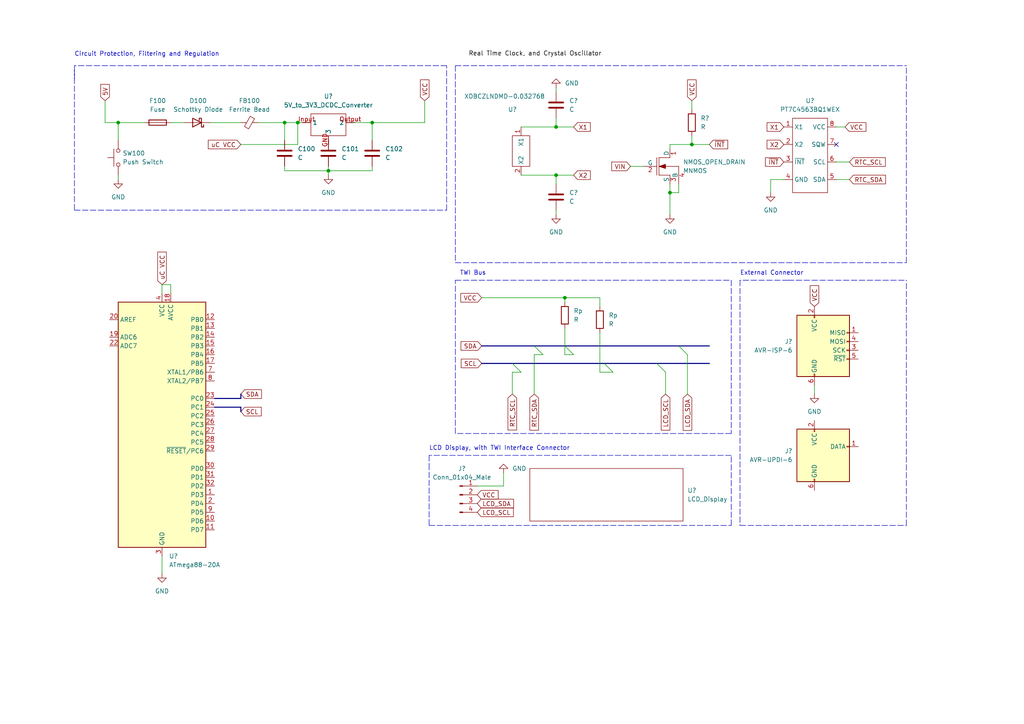
<source format=kicad_sch>
(kicad_sch (version 20211123) (generator eeschema)

  (uuid 233d14ec-e17f-4b70-ace9-a65479e58a33)

  (paper "A4")

  (lib_symbols
    (symbol "Connector:AVR-ISP-6" (pin_names (offset 1.016)) (in_bom yes) (on_board yes)
      (property "Reference" "J" (id 0) (at -6.35 11.43 0)
        (effects (font (size 1.27 1.27)) (justify left))
      )
      (property "Value" "AVR-ISP-6" (id 1) (at 0 11.43 0)
        (effects (font (size 1.27 1.27)) (justify left))
      )
      (property "Footprint" "" (id 2) (at -6.35 1.27 90)
        (effects (font (size 1.27 1.27)) hide)
      )
      (property "Datasheet" " ~" (id 3) (at -32.385 -13.97 0)
        (effects (font (size 1.27 1.27)) hide)
      )
      (property "ki_keywords" "AVR ISP Connector" (id 4) (at 0 0 0)
        (effects (font (size 1.27 1.27)) hide)
      )
      (property "ki_description" "Atmel 6-pin ISP connector" (id 5) (at 0 0 0)
        (effects (font (size 1.27 1.27)) hide)
      )
      (property "ki_fp_filters" "IDC?Header*2x03* Pin?Header*2x03*" (id 6) (at 0 0 0)
        (effects (font (size 1.27 1.27)) hide)
      )
      (symbol "AVR-ISP-6_0_1"
        (rectangle (start -2.667 -6.858) (end -2.413 -7.62)
          (stroke (width 0) (type default) (color 0 0 0 0))
          (fill (type none))
        )
        (rectangle (start -2.667 10.16) (end -2.413 9.398)
          (stroke (width 0) (type default) (color 0 0 0 0))
          (fill (type none))
        )
        (rectangle (start 7.62 -2.413) (end 6.858 -2.667)
          (stroke (width 0) (type default) (color 0 0 0 0))
          (fill (type none))
        )
        (rectangle (start 7.62 0.127) (end 6.858 -0.127)
          (stroke (width 0) (type default) (color 0 0 0 0))
          (fill (type none))
        )
        (rectangle (start 7.62 2.667) (end 6.858 2.413)
          (stroke (width 0) (type default) (color 0 0 0 0))
          (fill (type none))
        )
        (rectangle (start 7.62 5.207) (end 6.858 4.953)
          (stroke (width 0) (type default) (color 0 0 0 0))
          (fill (type none))
        )
        (rectangle (start 7.62 10.16) (end -7.62 -7.62)
          (stroke (width 0.254) (type default) (color 0 0 0 0))
          (fill (type background))
        )
      )
      (symbol "AVR-ISP-6_1_1"
        (pin passive line (at 10.16 5.08 180) (length 2.54)
          (name "MISO" (effects (font (size 1.27 1.27))))
          (number "1" (effects (font (size 1.27 1.27))))
        )
        (pin passive line (at -2.54 12.7 270) (length 2.54)
          (name "VCC" (effects (font (size 1.27 1.27))))
          (number "2" (effects (font (size 1.27 1.27))))
        )
        (pin passive line (at 10.16 0 180) (length 2.54)
          (name "SCK" (effects (font (size 1.27 1.27))))
          (number "3" (effects (font (size 1.27 1.27))))
        )
        (pin passive line (at 10.16 2.54 180) (length 2.54)
          (name "MOSI" (effects (font (size 1.27 1.27))))
          (number "4" (effects (font (size 1.27 1.27))))
        )
        (pin passive line (at 10.16 -2.54 180) (length 2.54)
          (name "~{RST}" (effects (font (size 1.27 1.27))))
          (number "5" (effects (font (size 1.27 1.27))))
        )
        (pin passive line (at -2.54 -10.16 90) (length 2.54)
          (name "GND" (effects (font (size 1.27 1.27))))
          (number "6" (effects (font (size 1.27 1.27))))
        )
      )
    )
    (symbol "Connector:AVR-UPDI-6" (pin_names (offset 1.016)) (in_bom yes) (on_board yes)
      (property "Reference" "J" (id 0) (at -6.35 8.89 0)
        (effects (font (size 1.27 1.27)) (justify left))
      )
      (property "Value" "AVR-UPDI-6" (id 1) (at 0 8.89 0)
        (effects (font (size 1.27 1.27)) (justify left))
      )
      (property "Footprint" "" (id 2) (at -6.35 -1.27 90)
        (effects (font (size 1.27 1.27)) hide)
      )
      (property "Datasheet" "https://www.microchip.com/webdoc/GUID-9D10622A-5C16-4405-B092-1BDD437B4976/index.html?GUID-9B349315-2842-4189-B88C-49F4E1055D7F" (id 3) (at -32.385 -13.97 0)
        (effects (font (size 1.27 1.27)) hide)
      )
      (property "ki_keywords" "AVR UPDI Connector" (id 4) (at 0 0 0)
        (effects (font (size 1.27 1.27)) hide)
      )
      (property "ki_description" "Atmel 6-pin UPDI connector" (id 5) (at 0 0 0)
        (effects (font (size 1.27 1.27)) hide)
      )
      (property "ki_fp_filters" "IDC?Header*2x03* Pin?Header*2x03*" (id 6) (at 0 0 0)
        (effects (font (size 1.27 1.27)) hide)
      )
      (symbol "AVR-UPDI-6_0_1"
        (rectangle (start -2.667 -6.858) (end -2.413 -7.62)
          (stroke (width 0) (type default) (color 0 0 0 0))
          (fill (type none))
        )
        (rectangle (start -2.667 7.62) (end -2.413 6.858)
          (stroke (width 0) (type default) (color 0 0 0 0))
          (fill (type none))
        )
        (rectangle (start 7.62 2.667) (end 6.858 2.413)
          (stroke (width 0) (type default) (color 0 0 0 0))
          (fill (type none))
        )
        (rectangle (start 7.62 7.62) (end -7.62 -7.62)
          (stroke (width 0.254) (type default) (color 0 0 0 0))
          (fill (type background))
        )
      )
      (symbol "AVR-UPDI-6_1_1"
        (pin passive line (at 10.16 2.54 180) (length 2.54)
          (name "DATA" (effects (font (size 1.27 1.27))))
          (number "1" (effects (font (size 1.27 1.27))))
        )
        (pin passive line (at -2.54 10.16 270) (length 2.54)
          (name "VCC" (effects (font (size 1.27 1.27))))
          (number "2" (effects (font (size 1.27 1.27))))
        )
        (pin no_connect line (at 7.62 0 180) (length 2.54) hide
          (name "NC" (effects (font (size 1.27 1.27))))
          (number "3" (effects (font (size 1.27 1.27))))
        )
        (pin no_connect line (at 7.62 -2.54 180) (length 2.54) hide
          (name "NC" (effects (font (size 1.27 1.27))))
          (number "4" (effects (font (size 1.27 1.27))))
        )
        (pin no_connect line (at 7.62 -5.08 180) (length 2.54) hide
          (name "NC" (effects (font (size 1.27 1.27))))
          (number "5" (effects (font (size 1.27 1.27))))
        )
        (pin passive line (at -2.54 -10.16 90) (length 2.54)
          (name "GND" (effects (font (size 1.27 1.27))))
          (number "6" (effects (font (size 1.27 1.27))))
        )
      )
    )
    (symbol "Connector:Conn_01x04_Male" (pin_names (offset 1.016) hide) (in_bom yes) (on_board yes)
      (property "Reference" "J" (id 0) (at 0 5.08 0)
        (effects (font (size 1.27 1.27)))
      )
      (property "Value" "Conn_01x04_Male" (id 1) (at 0 -7.62 0)
        (effects (font (size 1.27 1.27)))
      )
      (property "Footprint" "" (id 2) (at 0 0 0)
        (effects (font (size 1.27 1.27)) hide)
      )
      (property "Datasheet" "~" (id 3) (at 0 0 0)
        (effects (font (size 1.27 1.27)) hide)
      )
      (property "ki_keywords" "connector" (id 4) (at 0 0 0)
        (effects (font (size 1.27 1.27)) hide)
      )
      (property "ki_description" "Generic connector, single row, 01x04, script generated (kicad-library-utils/schlib/autogen/connector/)" (id 5) (at 0 0 0)
        (effects (font (size 1.27 1.27)) hide)
      )
      (property "ki_fp_filters" "Connector*:*_1x??_*" (id 6) (at 0 0 0)
        (effects (font (size 1.27 1.27)) hide)
      )
      (symbol "Conn_01x04_Male_1_1"
        (polyline
          (pts
            (xy 1.27 -5.08)
            (xy 0.8636 -5.08)
          )
          (stroke (width 0.1524) (type default) (color 0 0 0 0))
          (fill (type none))
        )
        (polyline
          (pts
            (xy 1.27 -2.54)
            (xy 0.8636 -2.54)
          )
          (stroke (width 0.1524) (type default) (color 0 0 0 0))
          (fill (type none))
        )
        (polyline
          (pts
            (xy 1.27 0)
            (xy 0.8636 0)
          )
          (stroke (width 0.1524) (type default) (color 0 0 0 0))
          (fill (type none))
        )
        (polyline
          (pts
            (xy 1.27 2.54)
            (xy 0.8636 2.54)
          )
          (stroke (width 0.1524) (type default) (color 0 0 0 0))
          (fill (type none))
        )
        (rectangle (start 0.8636 -4.953) (end 0 -5.207)
          (stroke (width 0.1524) (type default) (color 0 0 0 0))
          (fill (type outline))
        )
        (rectangle (start 0.8636 -2.413) (end 0 -2.667)
          (stroke (width 0.1524) (type default) (color 0 0 0 0))
          (fill (type outline))
        )
        (rectangle (start 0.8636 0.127) (end 0 -0.127)
          (stroke (width 0.1524) (type default) (color 0 0 0 0))
          (fill (type outline))
        )
        (rectangle (start 0.8636 2.667) (end 0 2.413)
          (stroke (width 0.1524) (type default) (color 0 0 0 0))
          (fill (type outline))
        )
        (pin passive line (at 5.08 2.54 180) (length 3.81)
          (name "Pin_1" (effects (font (size 1.27 1.27))))
          (number "1" (effects (font (size 1.27 1.27))))
        )
        (pin passive line (at 5.08 0 180) (length 3.81)
          (name "Pin_2" (effects (font (size 1.27 1.27))))
          (number "2" (effects (font (size 1.27 1.27))))
        )
        (pin passive line (at 5.08 -2.54 180) (length 3.81)
          (name "Pin_3" (effects (font (size 1.27 1.27))))
          (number "3" (effects (font (size 1.27 1.27))))
        )
        (pin passive line (at 5.08 -5.08 180) (length 3.81)
          (name "Pin_4" (effects (font (size 1.27 1.27))))
          (number "4" (effects (font (size 1.27 1.27))))
        )
      )
    )
    (symbol "Device:C" (pin_numbers hide) (pin_names (offset 0.254)) (in_bom yes) (on_board yes)
      (property "Reference" "C" (id 0) (at 0.635 2.54 0)
        (effects (font (size 1.27 1.27)) (justify left))
      )
      (property "Value" "C" (id 1) (at 0.635 -2.54 0)
        (effects (font (size 1.27 1.27)) (justify left))
      )
      (property "Footprint" "" (id 2) (at 0.9652 -3.81 0)
        (effects (font (size 1.27 1.27)) hide)
      )
      (property "Datasheet" "~" (id 3) (at 0 0 0)
        (effects (font (size 1.27 1.27)) hide)
      )
      (property "ki_keywords" "cap capacitor" (id 4) (at 0 0 0)
        (effects (font (size 1.27 1.27)) hide)
      )
      (property "ki_description" "Unpolarized capacitor" (id 5) (at 0 0 0)
        (effects (font (size 1.27 1.27)) hide)
      )
      (property "ki_fp_filters" "C_*" (id 6) (at 0 0 0)
        (effects (font (size 1.27 1.27)) hide)
      )
      (symbol "C_0_1"
        (polyline
          (pts
            (xy -2.032 -0.762)
            (xy 2.032 -0.762)
          )
          (stroke (width 0.508) (type default) (color 0 0 0 0))
          (fill (type none))
        )
        (polyline
          (pts
            (xy -2.032 0.762)
            (xy 2.032 0.762)
          )
          (stroke (width 0.508) (type default) (color 0 0 0 0))
          (fill (type none))
        )
      )
      (symbol "C_1_1"
        (pin passive line (at 0 3.81 270) (length 2.794)
          (name "~" (effects (font (size 1.27 1.27))))
          (number "1" (effects (font (size 1.27 1.27))))
        )
        (pin passive line (at 0 -3.81 90) (length 2.794)
          (name "~" (effects (font (size 1.27 1.27))))
          (number "2" (effects (font (size 1.27 1.27))))
        )
      )
    )
    (symbol "Device:D_Schottky" (pin_numbers hide) (pin_names (offset 1.016) hide) (in_bom yes) (on_board yes)
      (property "Reference" "D" (id 0) (at 0 2.54 0)
        (effects (font (size 1.27 1.27)))
      )
      (property "Value" "D_Schottky" (id 1) (at 0 -2.54 0)
        (effects (font (size 1.27 1.27)))
      )
      (property "Footprint" "" (id 2) (at 0 0 0)
        (effects (font (size 1.27 1.27)) hide)
      )
      (property "Datasheet" "~" (id 3) (at 0 0 0)
        (effects (font (size 1.27 1.27)) hide)
      )
      (property "ki_keywords" "diode Schottky" (id 4) (at 0 0 0)
        (effects (font (size 1.27 1.27)) hide)
      )
      (property "ki_description" "Schottky diode" (id 5) (at 0 0 0)
        (effects (font (size 1.27 1.27)) hide)
      )
      (property "ki_fp_filters" "TO-???* *_Diode_* *SingleDiode* D_*" (id 6) (at 0 0 0)
        (effects (font (size 1.27 1.27)) hide)
      )
      (symbol "D_Schottky_0_1"
        (polyline
          (pts
            (xy 1.27 0)
            (xy -1.27 0)
          )
          (stroke (width 0) (type default) (color 0 0 0 0))
          (fill (type none))
        )
        (polyline
          (pts
            (xy 1.27 1.27)
            (xy 1.27 -1.27)
            (xy -1.27 0)
            (xy 1.27 1.27)
          )
          (stroke (width 0.254) (type default) (color 0 0 0 0))
          (fill (type none))
        )
        (polyline
          (pts
            (xy -1.905 0.635)
            (xy -1.905 1.27)
            (xy -1.27 1.27)
            (xy -1.27 -1.27)
            (xy -0.635 -1.27)
            (xy -0.635 -0.635)
          )
          (stroke (width 0.254) (type default) (color 0 0 0 0))
          (fill (type none))
        )
      )
      (symbol "D_Schottky_1_1"
        (pin passive line (at -3.81 0 0) (length 2.54)
          (name "K" (effects (font (size 1.27 1.27))))
          (number "1" (effects (font (size 1.27 1.27))))
        )
        (pin passive line (at 3.81 0 180) (length 2.54)
          (name "A" (effects (font (size 1.27 1.27))))
          (number "2" (effects (font (size 1.27 1.27))))
        )
      )
    )
    (symbol "Device:FerriteBead_Small" (pin_numbers hide) (pin_names (offset 0)) (in_bom yes) (on_board yes)
      (property "Reference" "FB" (id 0) (at 1.905 1.27 0)
        (effects (font (size 1.27 1.27)) (justify left))
      )
      (property "Value" "FerriteBead_Small" (id 1) (at 1.905 -1.27 0)
        (effects (font (size 1.27 1.27)) (justify left))
      )
      (property "Footprint" "" (id 2) (at -1.778 0 90)
        (effects (font (size 1.27 1.27)) hide)
      )
      (property "Datasheet" "~" (id 3) (at 0 0 0)
        (effects (font (size 1.27 1.27)) hide)
      )
      (property "ki_keywords" "L ferrite bead inductor filter" (id 4) (at 0 0 0)
        (effects (font (size 1.27 1.27)) hide)
      )
      (property "ki_description" "Ferrite bead, small symbol" (id 5) (at 0 0 0)
        (effects (font (size 1.27 1.27)) hide)
      )
      (property "ki_fp_filters" "Inductor_* L_* *Ferrite*" (id 6) (at 0 0 0)
        (effects (font (size 1.27 1.27)) hide)
      )
      (symbol "FerriteBead_Small_0_1"
        (polyline
          (pts
            (xy 0 -1.27)
            (xy 0 -0.7874)
          )
          (stroke (width 0) (type default) (color 0 0 0 0))
          (fill (type none))
        )
        (polyline
          (pts
            (xy 0 0.889)
            (xy 0 1.2954)
          )
          (stroke (width 0) (type default) (color 0 0 0 0))
          (fill (type none))
        )
        (polyline
          (pts
            (xy -1.8288 0.2794)
            (xy -1.1176 1.4986)
            (xy 1.8288 -0.2032)
            (xy 1.1176 -1.4224)
            (xy -1.8288 0.2794)
          )
          (stroke (width 0) (type default) (color 0 0 0 0))
          (fill (type none))
        )
      )
      (symbol "FerriteBead_Small_1_1"
        (pin passive line (at 0 2.54 270) (length 1.27)
          (name "~" (effects (font (size 1.27 1.27))))
          (number "1" (effects (font (size 1.27 1.27))))
        )
        (pin passive line (at 0 -2.54 90) (length 1.27)
          (name "~" (effects (font (size 1.27 1.27))))
          (number "2" (effects (font (size 1.27 1.27))))
        )
      )
    )
    (symbol "Device:Fuse" (pin_numbers hide) (pin_names (offset 0)) (in_bom yes) (on_board yes)
      (property "Reference" "F" (id 0) (at 2.032 0 90)
        (effects (font (size 1.27 1.27)))
      )
      (property "Value" "Fuse" (id 1) (at -1.905 0 90)
        (effects (font (size 1.27 1.27)))
      )
      (property "Footprint" "" (id 2) (at -1.778 0 90)
        (effects (font (size 1.27 1.27)) hide)
      )
      (property "Datasheet" "~" (id 3) (at 0 0 0)
        (effects (font (size 1.27 1.27)) hide)
      )
      (property "ki_keywords" "fuse" (id 4) (at 0 0 0)
        (effects (font (size 1.27 1.27)) hide)
      )
      (property "ki_description" "Fuse" (id 5) (at 0 0 0)
        (effects (font (size 1.27 1.27)) hide)
      )
      (property "ki_fp_filters" "*Fuse*" (id 6) (at 0 0 0)
        (effects (font (size 1.27 1.27)) hide)
      )
      (symbol "Fuse_0_1"
        (rectangle (start -0.762 -2.54) (end 0.762 2.54)
          (stroke (width 0.254) (type default) (color 0 0 0 0))
          (fill (type none))
        )
        (polyline
          (pts
            (xy 0 2.54)
            (xy 0 -2.54)
          )
          (stroke (width 0) (type default) (color 0 0 0 0))
          (fill (type none))
        )
      )
      (symbol "Fuse_1_1"
        (pin passive line (at 0 3.81 270) (length 1.27)
          (name "~" (effects (font (size 1.27 1.27))))
          (number "1" (effects (font (size 1.27 1.27))))
        )
        (pin passive line (at 0 -3.81 90) (length 1.27)
          (name "~" (effects (font (size 1.27 1.27))))
          (number "2" (effects (font (size 1.27 1.27))))
        )
      )
    )
    (symbol "Device:R" (pin_numbers hide) (pin_names (offset 0)) (in_bom yes) (on_board yes)
      (property "Reference" "R" (id 0) (at 2.032 0 90)
        (effects (font (size 1.27 1.27)))
      )
      (property "Value" "R" (id 1) (at 0 0 90)
        (effects (font (size 1.27 1.27)))
      )
      (property "Footprint" "" (id 2) (at -1.778 0 90)
        (effects (font (size 1.27 1.27)) hide)
      )
      (property "Datasheet" "~" (id 3) (at 0 0 0)
        (effects (font (size 1.27 1.27)) hide)
      )
      (property "ki_keywords" "R res resistor" (id 4) (at 0 0 0)
        (effects (font (size 1.27 1.27)) hide)
      )
      (property "ki_description" "Resistor" (id 5) (at 0 0 0)
        (effects (font (size 1.27 1.27)) hide)
      )
      (property "ki_fp_filters" "R_*" (id 6) (at 0 0 0)
        (effects (font (size 1.27 1.27)) hide)
      )
      (symbol "R_0_1"
        (rectangle (start -1.016 -2.54) (end 1.016 2.54)
          (stroke (width 0.254) (type default) (color 0 0 0 0))
          (fill (type none))
        )
      )
      (symbol "R_1_1"
        (pin passive line (at 0 3.81 270) (length 1.27)
          (name "~" (effects (font (size 1.27 1.27))))
          (number "1" (effects (font (size 1.27 1.27))))
        )
        (pin passive line (at 0 -3.81 90) (length 1.27)
          (name "~" (effects (font (size 1.27 1.27))))
          (number "2" (effects (font (size 1.27 1.27))))
        )
      )
    )
    (symbol "MCU_Microchip_ATmega:ATmega88-20A" (in_bom yes) (on_board yes)
      (property "Reference" "U" (id 0) (at -12.7 36.83 0)
        (effects (font (size 1.27 1.27)) (justify left bottom))
      )
      (property "Value" "ATmega88-20A" (id 1) (at 2.54 -36.83 0)
        (effects (font (size 1.27 1.27)) (justify left top))
      )
      (property "Footprint" "Package_QFP:TQFP-32_7x7mm_P0.8mm" (id 2) (at 0 0 0)
        (effects (font (size 1.27 1.27) italic) hide)
      )
      (property "Datasheet" "http://ww1.microchip.com/downloads/en/DeviceDoc/Atmel-2545-8-bit-AVR-Microcontroller-ATmega48-88-168_Datasheet.pdf" (id 3) (at 0 0 0)
        (effects (font (size 1.27 1.27)) hide)
      )
      (property "ki_keywords" "AVR 8bit Microcontroller MegaAVR" (id 4) (at 0 0 0)
        (effects (font (size 1.27 1.27)) hide)
      )
      (property "ki_description" "20MHz, 8kB Flash, 1kB SRAM, 512B EEPROM, TQFP-32" (id 5) (at 0 0 0)
        (effects (font (size 1.27 1.27)) hide)
      )
      (property "ki_fp_filters" "TQFP*7x7mm*P0.8mm*" (id 6) (at 0 0 0)
        (effects (font (size 1.27 1.27)) hide)
      )
      (symbol "ATmega88-20A_0_1"
        (rectangle (start -12.7 -35.56) (end 12.7 35.56)
          (stroke (width 0.254) (type default) (color 0 0 0 0))
          (fill (type background))
        )
      )
      (symbol "ATmega88-20A_1_1"
        (pin bidirectional line (at 15.24 -20.32 180) (length 2.54)
          (name "PD3" (effects (font (size 1.27 1.27))))
          (number "1" (effects (font (size 1.27 1.27))))
        )
        (pin bidirectional line (at 15.24 -27.94 180) (length 2.54)
          (name "PD6" (effects (font (size 1.27 1.27))))
          (number "10" (effects (font (size 1.27 1.27))))
        )
        (pin bidirectional line (at 15.24 -30.48 180) (length 2.54)
          (name "PD7" (effects (font (size 1.27 1.27))))
          (number "11" (effects (font (size 1.27 1.27))))
        )
        (pin bidirectional line (at 15.24 30.48 180) (length 2.54)
          (name "PB0" (effects (font (size 1.27 1.27))))
          (number "12" (effects (font (size 1.27 1.27))))
        )
        (pin bidirectional line (at 15.24 27.94 180) (length 2.54)
          (name "PB1" (effects (font (size 1.27 1.27))))
          (number "13" (effects (font (size 1.27 1.27))))
        )
        (pin bidirectional line (at 15.24 25.4 180) (length 2.54)
          (name "PB2" (effects (font (size 1.27 1.27))))
          (number "14" (effects (font (size 1.27 1.27))))
        )
        (pin bidirectional line (at 15.24 22.86 180) (length 2.54)
          (name "PB3" (effects (font (size 1.27 1.27))))
          (number "15" (effects (font (size 1.27 1.27))))
        )
        (pin bidirectional line (at 15.24 20.32 180) (length 2.54)
          (name "PB4" (effects (font (size 1.27 1.27))))
          (number "16" (effects (font (size 1.27 1.27))))
        )
        (pin bidirectional line (at 15.24 17.78 180) (length 2.54)
          (name "PB5" (effects (font (size 1.27 1.27))))
          (number "17" (effects (font (size 1.27 1.27))))
        )
        (pin power_in line (at 2.54 38.1 270) (length 2.54)
          (name "AVCC" (effects (font (size 1.27 1.27))))
          (number "18" (effects (font (size 1.27 1.27))))
        )
        (pin input line (at -15.24 25.4 0) (length 2.54)
          (name "ADC6" (effects (font (size 1.27 1.27))))
          (number "19" (effects (font (size 1.27 1.27))))
        )
        (pin bidirectional line (at 15.24 -22.86 180) (length 2.54)
          (name "PD4" (effects (font (size 1.27 1.27))))
          (number "2" (effects (font (size 1.27 1.27))))
        )
        (pin passive line (at -15.24 30.48 0) (length 2.54)
          (name "AREF" (effects (font (size 1.27 1.27))))
          (number "20" (effects (font (size 1.27 1.27))))
        )
        (pin passive line (at 0 -38.1 90) (length 2.54) hide
          (name "GND" (effects (font (size 1.27 1.27))))
          (number "21" (effects (font (size 1.27 1.27))))
        )
        (pin input line (at -15.24 22.86 0) (length 2.54)
          (name "ADC7" (effects (font (size 1.27 1.27))))
          (number "22" (effects (font (size 1.27 1.27))))
        )
        (pin bidirectional line (at 15.24 7.62 180) (length 2.54)
          (name "PC0" (effects (font (size 1.27 1.27))))
          (number "23" (effects (font (size 1.27 1.27))))
        )
        (pin bidirectional line (at 15.24 5.08 180) (length 2.54)
          (name "PC1" (effects (font (size 1.27 1.27))))
          (number "24" (effects (font (size 1.27 1.27))))
        )
        (pin bidirectional line (at 15.24 2.54 180) (length 2.54)
          (name "PC2" (effects (font (size 1.27 1.27))))
          (number "25" (effects (font (size 1.27 1.27))))
        )
        (pin bidirectional line (at 15.24 0 180) (length 2.54)
          (name "PC3" (effects (font (size 1.27 1.27))))
          (number "26" (effects (font (size 1.27 1.27))))
        )
        (pin bidirectional line (at 15.24 -2.54 180) (length 2.54)
          (name "PC4" (effects (font (size 1.27 1.27))))
          (number "27" (effects (font (size 1.27 1.27))))
        )
        (pin bidirectional line (at 15.24 -5.08 180) (length 2.54)
          (name "PC5" (effects (font (size 1.27 1.27))))
          (number "28" (effects (font (size 1.27 1.27))))
        )
        (pin bidirectional line (at 15.24 -7.62 180) (length 2.54)
          (name "~{RESET}/PC6" (effects (font (size 1.27 1.27))))
          (number "29" (effects (font (size 1.27 1.27))))
        )
        (pin power_in line (at 0 -38.1 90) (length 2.54)
          (name "GND" (effects (font (size 1.27 1.27))))
          (number "3" (effects (font (size 1.27 1.27))))
        )
        (pin bidirectional line (at 15.24 -12.7 180) (length 2.54)
          (name "PD0" (effects (font (size 1.27 1.27))))
          (number "30" (effects (font (size 1.27 1.27))))
        )
        (pin bidirectional line (at 15.24 -15.24 180) (length 2.54)
          (name "PD1" (effects (font (size 1.27 1.27))))
          (number "31" (effects (font (size 1.27 1.27))))
        )
        (pin bidirectional line (at 15.24 -17.78 180) (length 2.54)
          (name "PD2" (effects (font (size 1.27 1.27))))
          (number "32" (effects (font (size 1.27 1.27))))
        )
        (pin power_in line (at 0 38.1 270) (length 2.54)
          (name "VCC" (effects (font (size 1.27 1.27))))
          (number "4" (effects (font (size 1.27 1.27))))
        )
        (pin passive line (at 0 -38.1 90) (length 2.54) hide
          (name "GND" (effects (font (size 1.27 1.27))))
          (number "5" (effects (font (size 1.27 1.27))))
        )
        (pin passive line (at 0 38.1 270) (length 2.54) hide
          (name "VCC" (effects (font (size 1.27 1.27))))
          (number "6" (effects (font (size 1.27 1.27))))
        )
        (pin bidirectional line (at 15.24 15.24 180) (length 2.54)
          (name "XTAL1/PB6" (effects (font (size 1.27 1.27))))
          (number "7" (effects (font (size 1.27 1.27))))
        )
        (pin bidirectional line (at 15.24 12.7 180) (length 2.54)
          (name "XTAL2/PB7" (effects (font (size 1.27 1.27))))
          (number "8" (effects (font (size 1.27 1.27))))
        )
        (pin bidirectional line (at 15.24 -25.4 180) (length 2.54)
          (name "PD5" (effects (font (size 1.27 1.27))))
          (number "9" (effects (font (size 1.27 1.27))))
        )
      )
    )
    (symbol "PCB_watch_symbol_lib:5V_to_3V3_DCDC_Converter" (in_bom yes) (on_board yes)
      (property "Reference" "U" (id 0) (at 10.16 5.08 0)
        (effects (font (size 1.27 1.27)))
      )
      (property "Value" "5V_to_3V3_DCDC_Converter" (id 1) (at 2.54 7.62 0)
        (effects (font (size 1.27 1.27)))
      )
      (property "Footprint" "" (id 2) (at 1.27 2.54 0)
        (effects (font (size 1.27 1.27)) hide)
      )
      (property "Datasheet" "" (id 3) (at 1.27 2.54 0)
        (effects (font (size 1.27 1.27)) hide)
      )
      (symbol "5V_to_3V3_DCDC_Converter_0_1"
        (polyline
          (pts
            (xy 5.08 0)
            (xy 5.08 2.54)
            (xy -5.08 2.54)
            (xy -5.08 -3.81)
            (xy 5.08 -3.81)
            (xy 5.08 0)
          )
          (stroke (width 0) (type default) (color 0 0 0 0))
          (fill (type none))
        )
      )
      (symbol "5V_to_3V3_DCDC_Converter_1_1"
        (pin output line (at 0 -6.35 90) (length 2.54)
          (name "3" (effects (font (size 1.27 1.27))))
          (number "GND" (effects (font (size 1.27 1.27))))
        )
        (pin input line (at -7.62 0 0) (length 2.54)
          (name "1" (effects (font (size 1.27 1.27))))
          (number "Input" (effects (font (size 1.27 1.27))))
        )
        (pin input line (at 7.62 0 180) (length 2.54)
          (name "2" (effects (font (size 1.27 1.27))))
          (number "Output" (effects (font (size 1.27 1.27))))
        )
      )
    )
    (symbol "PCB_watch_symbol_lib:LCD_Display" (in_bom yes) (on_board yes)
      (property "Reference" "U" (id 0) (at 6.35 1.27 0)
        (effects (font (size 1.27 1.27)))
      )
      (property "Value" "LCD_Display" (id 1) (at 0 2.54 0)
        (effects (font (size 1.27 1.27)))
      )
      (property "Footprint" "" (id 2) (at 0 2.54 0)
        (effects (font (size 1.27 1.27)) hide)
      )
      (property "Datasheet" "" (id 3) (at 0 2.54 0)
        (effects (font (size 1.27 1.27)) hide)
      )
      (symbol "LCD_Display_0_1"
        (rectangle (start -7.62 -1.27) (end 36.83 -16.51)
          (stroke (width 0) (type default) (color 0 0 0 0))
          (fill (type none))
        )
      )
    )
    (symbol "PCB_watch_symbol_lib:PT7C4563BQ1WEX" (in_bom yes) (on_board yes)
      (property "Reference" "U" (id 0) (at 6.35 2.54 0)
        (effects (font (size 1.27 1.27)))
      )
      (property "Value" "PT7C4563BQ1WEX" (id 1) (at 3.81 5.08 0)
        (effects (font (size 1.27 1.27)))
      )
      (property "Footprint" "" (id 2) (at -11.43 1.27 0)
        (effects (font (size 1.27 1.27)) hide)
      )
      (property "Datasheet" "" (id 3) (at -11.43 1.27 0)
        (effects (font (size 1.27 1.27)) hide)
      )
      (symbol "PT7C4563BQ1WEX_0_1"
        (polyline
          (pts
            (xy -5.08 0)
            (xy -5.08 -21.59)
            (xy 5.08 -21.59)
            (xy 5.08 0)
            (xy -5.08 0)
          )
          (stroke (width 0) (type default) (color 0 0 0 0))
          (fill (type none))
        )
      )
      (symbol "PT7C4563BQ1WEX_1_1"
        (pin input line (at -7.62 -2.54 0) (length 2.54)
          (name "X1" (effects (font (size 1.27 1.27))))
          (number "1" (effects (font (size 1.27 1.27))))
        )
        (pin output line (at -7.62 -7.62 0) (length 2.54)
          (name "X2" (effects (font (size 1.27 1.27))))
          (number "2" (effects (font (size 1.27 1.27))))
        )
        (pin input line (at -7.62 -12.7 0) (length 2.54)
          (name "~{INT}" (effects (font (size 1.27 1.27))))
          (number "3" (effects (font (size 1.27 1.27))))
        )
        (pin power_in line (at -7.62 -17.78 0) (length 2.54)
          (name "GND" (effects (font (size 1.27 1.27))))
          (number "4" (effects (font (size 1.27 1.27))))
        )
        (pin bidirectional line (at 7.62 -17.78 180) (length 2.54)
          (name "SDA" (effects (font (size 1.27 1.27))))
          (number "5" (effects (font (size 1.27 1.27))))
        )
        (pin input line (at 7.62 -12.7 180) (length 2.54)
          (name "SCL" (effects (font (size 1.27 1.27))))
          (number "6" (effects (font (size 1.27 1.27))))
        )
        (pin output line (at 7.62 -7.62 180) (length 2.54)
          (name "SQW" (effects (font (size 1.27 1.27))))
          (number "7" (effects (font (size 1.27 1.27))))
        )
        (pin power_in line (at 7.62 -2.54 180) (length 2.54)
          (name "VCC" (effects (font (size 1.27 1.27))))
          (number "8" (effects (font (size 1.27 1.27))))
        )
      )
    )
    (symbol "PCB_watch_symbol_lib:XDBCZLNDMD-0.032768" (in_bom yes) (on_board yes)
      (property "Reference" "U" (id 0) (at 10.16 1.27 0)
        (effects (font (size 1.27 1.27)))
      )
      (property "Value" "XDBCZLNDMD-0.032768" (id 1) (at 2.54 3.81 0)
        (effects (font (size 1.27 1.27)))
      )
      (property "Footprint" "" (id 2) (at 0 0 0)
        (effects (font (size 1.27 1.27)) hide)
      )
      (property "Datasheet" "" (id 3) (at 0 0 0)
        (effects (font (size 1.27 1.27)) hide)
      )
      (symbol "XDBCZLNDMD-0.032768_0_1"
        (polyline
          (pts
            (xy 0 -5.08)
            (xy -2.54 -5.08)
            (xy -2.54 -13.97)
            (xy 2.54 -13.97)
            (xy 2.54 -5.08)
            (xy 0 -5.08)
          )
          (stroke (width 0) (type default) (color 0 0 0 0))
          (fill (type none))
        )
      )
      (symbol "XDBCZLNDMD-0.032768_1_1"
        (pin input line (at 0 -2.54 270) (length 2.54)
          (name "X1" (effects (font (size 1.27 1.27))))
          (number "1" (effects (font (size 1.27 1.27))))
        )
        (pin output line (at 0 -16.51 90) (length 2.54)
          (name "X2" (effects (font (size 1.27 1.27))))
          (number "2" (effects (font (size 1.27 1.27))))
        )
      )
    )
    (symbol "Switch:SW_Push" (pin_numbers hide) (pin_names (offset 1.016) hide) (in_bom yes) (on_board yes)
      (property "Reference" "SW" (id 0) (at 1.27 2.54 0)
        (effects (font (size 1.27 1.27)) (justify left))
      )
      (property "Value" "SW_Push" (id 1) (at 0 -1.524 0)
        (effects (font (size 1.27 1.27)))
      )
      (property "Footprint" "" (id 2) (at 0 5.08 0)
        (effects (font (size 1.27 1.27)) hide)
      )
      (property "Datasheet" "~" (id 3) (at 0 5.08 0)
        (effects (font (size 1.27 1.27)) hide)
      )
      (property "ki_keywords" "switch normally-open pushbutton push-button" (id 4) (at 0 0 0)
        (effects (font (size 1.27 1.27)) hide)
      )
      (property "ki_description" "Push button switch, generic, two pins" (id 5) (at 0 0 0)
        (effects (font (size 1.27 1.27)) hide)
      )
      (symbol "SW_Push_0_1"
        (circle (center -2.032 0) (radius 0.508)
          (stroke (width 0) (type default) (color 0 0 0 0))
          (fill (type none))
        )
        (polyline
          (pts
            (xy 0 1.27)
            (xy 0 3.048)
          )
          (stroke (width 0) (type default) (color 0 0 0 0))
          (fill (type none))
        )
        (polyline
          (pts
            (xy 2.54 1.27)
            (xy -2.54 1.27)
          )
          (stroke (width 0) (type default) (color 0 0 0 0))
          (fill (type none))
        )
        (circle (center 2.032 0) (radius 0.508)
          (stroke (width 0) (type default) (color 0 0 0 0))
          (fill (type none))
        )
        (pin passive line (at -5.08 0 0) (length 2.54)
          (name "1" (effects (font (size 1.27 1.27))))
          (number "1" (effects (font (size 1.27 1.27))))
        )
        (pin passive line (at 5.08 0 180) (length 2.54)
          (name "2" (effects (font (size 1.27 1.27))))
          (number "2" (effects (font (size 1.27 1.27))))
        )
      )
    )
    (symbol "power:GND" (power) (pin_names (offset 0)) (in_bom yes) (on_board yes)
      (property "Reference" "#PWR" (id 0) (at 0 -6.35 0)
        (effects (font (size 1.27 1.27)) hide)
      )
      (property "Value" "GND" (id 1) (at 0 -3.81 0)
        (effects (font (size 1.27 1.27)))
      )
      (property "Footprint" "" (id 2) (at 0 0 0)
        (effects (font (size 1.27 1.27)) hide)
      )
      (property "Datasheet" "" (id 3) (at 0 0 0)
        (effects (font (size 1.27 1.27)) hide)
      )
      (property "ki_keywords" "power-flag" (id 4) (at 0 0 0)
        (effects (font (size 1.27 1.27)) hide)
      )
      (property "ki_description" "Power symbol creates a global label with name \"GND\" , ground" (id 5) (at 0 0 0)
        (effects (font (size 1.27 1.27)) hide)
      )
      (symbol "GND_0_1"
        (polyline
          (pts
            (xy 0 0)
            (xy 0 -1.27)
            (xy 1.27 -1.27)
            (xy 0 -2.54)
            (xy -1.27 -1.27)
            (xy 0 -1.27)
          )
          (stroke (width 0) (type default) (color 0 0 0 0))
          (fill (type none))
        )
      )
      (symbol "GND_1_1"
        (pin power_in line (at 0 0 270) (length 0) hide
          (name "GND" (effects (font (size 1.27 1.27))))
          (number "1" (effects (font (size 1.27 1.27))))
        )
      )
    )
    (symbol "pspice:MNMOS" (pin_names (offset 0)) (in_bom yes) (on_board yes)
      (property "Reference" "M" (id 0) (at 7.62 1.27 0)
        (effects (font (size 1.27 1.27)) (justify left))
      )
      (property "Value" "MNMOS" (id 1) (at 7.62 -1.27 0)
        (effects (font (size 1.27 1.27)) (justify left))
      )
      (property "Footprint" "" (id 2) (at -0.635 0 0)
        (effects (font (size 1.27 1.27)) hide)
      )
      (property "Datasheet" "~" (id 3) (at -0.635 0 0)
        (effects (font (size 1.27 1.27)) hide)
      )
      (property "ki_keywords" "mosfet nmos simulation" (id 4) (at 0 0 0)
        (effects (font (size 1.27 1.27)) hide)
      )
      (property "ki_description" "N-channel MOSFET symbol for simulation only" (id 5) (at 0 0 0)
        (effects (font (size 1.27 1.27)) hide)
      )
      (symbol "MNMOS_0_1"
        (polyline
          (pts
            (xy -1.27 -2.54)
            (xy -1.27 2.54)
          )
          (stroke (width 0) (type default) (color 0 0 0 0))
          (fill (type none))
        )
        (polyline
          (pts
            (xy -0.635 -2.54)
            (xy 2.54 -2.54)
          )
          (stroke (width 0) (type default) (color 0 0 0 0))
          (fill (type none))
        )
        (polyline
          (pts
            (xy 2.54 2.54)
            (xy -0.635 2.54)
          )
          (stroke (width 0) (type default) (color 0 0 0 0))
          (fill (type none))
        )
        (polyline
          (pts
            (xy 5.08 0)
            (xy -0.635 0)
          )
          (stroke (width 0) (type default) (color 0 0 0 0))
          (fill (type none))
        )
        (polyline
          (pts
            (xy -0.635 0)
            (xy 1.27 0.635)
            (xy 1.27 -0.635)
            (xy -0.635 0)
          )
          (stroke (width 0) (type default) (color 0 0 0 0))
          (fill (type outline))
        )
      )
      (symbol "MNMOS_1_1"
        (polyline
          (pts
            (xy -0.635 -2.54)
            (xy -0.635 2.54)
          )
          (stroke (width 0) (type default) (color 0 0 0 0))
          (fill (type none))
        )
        (pin passive line (at 2.54 5.08 270) (length 2.54)
          (name "D" (effects (font (size 1.27 1.27))))
          (number "1" (effects (font (size 1.27 1.27))))
        )
        (pin input line (at -5.08 0 0) (length 3.81)
          (name "G" (effects (font (size 1.27 1.27))))
          (number "2" (effects (font (size 1.27 1.27))))
        )
        (pin passive line (at 2.54 -5.08 90) (length 2.54)
          (name "S" (effects (font (size 1.27 1.27))))
          (number "3" (effects (font (size 1.27 1.27))))
        )
        (pin input line (at 5.08 -5.08 90) (length 5.08)
          (name "B" (effects (font (size 1.27 1.27))))
          (number "4" (effects (font (size 1.27 1.27))))
        )
      )
    )
  )

  (junction (at 163.83 86.36) (diameter 0) (color 0 0 0 0)
    (uuid 164d945b-6536-477c-bcee-94520c69f61d)
  )
  (junction (at 194.31 55.88) (diameter 0) (color 0 0 0 0)
    (uuid 362c3273-8c6e-4c10-8e0d-885f5218814c)
  )
  (junction (at 161.29 50.8) (diameter 0) (color 0 0 0 0)
    (uuid 3ad50c5e-b562-4d54-b03f-a4709d29b1ee)
  )
  (junction (at 107.95 35.56) (diameter 0) (color 0 0 0 0)
    (uuid 521a3182-1b4a-4ce1-97c1-0587405f8ae5)
  )
  (junction (at 95.25 49.53) (diameter 0) (color 0 0 0 0)
    (uuid 5370c8c3-f52c-4f86-99c0-442c5a02aff5)
  )
  (junction (at 82.55 35.56) (diameter 0) (color 0 0 0 0)
    (uuid 89ee5ba3-3fc3-47a6-9a59-148badb8402c)
  )
  (junction (at 200.66 41.91) (diameter 0) (color 0 0 0 0)
    (uuid d443f8d6-7010-458e-8105-3ff3460adc27)
  )
  (junction (at 161.29 36.83) (diameter 0) (color 0 0 0 0)
    (uuid ec8ca9fc-bb60-4f62-aceb-af65694124ea)
  )
  (junction (at 34.29 35.56) (diameter 0) (color 0 0 0 0)
    (uuid ecdb77cc-b33c-48a2-b88b-0182d0873a0f)
  )
  (junction (at 86.36 35.56) (diameter 0) (color 0 0 0 0)
    (uuid f1675ede-35bd-43fc-a32f-cc3a91cf6cc2)
  )

  (no_connect (at 242.57 41.91) (uuid 5f11c749-610e-4338-9b66-173970e28650))

  (bus_entry (at 154.94 100.33) (size 2.54 2.54)
    (stroke (width 0) (type default) (color 0 0 0 0))
    (uuid 0e4651a7-3d87-4415-8be6-06f84eb097b2)
  )
  (bus_entry (at 148.59 105.41) (size 2.54 2.54)
    (stroke (width 0) (type default) (color 0 0 0 0))
    (uuid 0e4651a7-3d87-4415-8be6-06f84eb097b2)
  )
  (bus_entry (at 196.85 100.33) (size 2.54 2.54)
    (stroke (width 0) (type default) (color 0 0 0 0))
    (uuid 30025bc0-be44-4c4c-b02b-b4d57a023bc9)
  )
  (bus_entry (at 190.5 105.41) (size 2.54 2.54)
    (stroke (width 0) (type default) (color 0 0 0 0))
    (uuid 30025bc0-be44-4c4c-b02b-b4d57a023bc9)
  )
  (bus_entry (at 163.83 100.33) (size 2.54 2.54)
    (stroke (width 0) (type default) (color 0 0 0 0))
    (uuid 479c9374-3b0e-49b5-96a2-33b41d1a7edf)
  )
  (bus_entry (at 175.26 105.41) (size 2.54 2.54)
    (stroke (width 0) (type default) (color 0 0 0 0))
    (uuid 479c9374-3b0e-49b5-96a2-33b41d1a7edf)
  )

  (wire (pts (xy 242.57 46.99) (xy 246.38 46.99))
    (stroke (width 0) (type default) (color 0 0 0 0))
    (uuid 0078ccd2-a5f4-465d-b68d-209a288d7cd6)
  )
  (polyline (pts (xy 21.59 19.05) (xy 21.59 22.86))
    (stroke (width 0) (type default) (color 0 0 0 0))
    (uuid 040dfb34-ffd1-419c-96dc-80bdc3ee20fb)
  )

  (wire (pts (xy 173.99 96.52) (xy 173.99 107.95))
    (stroke (width 0) (type default) (color 0 0 0 0))
    (uuid 05f6a93a-ff61-4048-942f-75d1b5ab4d75)
  )
  (wire (pts (xy 196.85 53.34) (xy 196.85 55.88))
    (stroke (width 0) (type default) (color 0 0 0 0))
    (uuid 06cc38b0-310b-42c7-8a60-395531107dfb)
  )
  (wire (pts (xy 34.29 35.56) (xy 34.29 40.64))
    (stroke (width 0) (type default) (color 0 0 0 0))
    (uuid 07262666-1388-4faf-b66a-5f28142f30fb)
  )
  (polyline (pts (xy 132.08 76.2) (xy 262.89 76.2))
    (stroke (width 0) (type default) (color 0 0 0 0))
    (uuid 09d43055-861f-43b0-a8e9-fc86a0503cfd)
  )
  (polyline (pts (xy 129.54 19.05) (xy 21.59 19.05))
    (stroke (width 0) (type default) (color 0 0 0 0))
    (uuid 0ae3d77b-255f-4939-b5a3-4acb82bd500d)
  )

  (wire (pts (xy 86.36 35.56) (xy 87.63 35.56))
    (stroke (width 0) (type default) (color 0 0 0 0))
    (uuid 0b349903-aa58-4fcc-a4af-b7fe8dd914c1)
  )
  (wire (pts (xy 163.83 87.63) (xy 163.83 86.36))
    (stroke (width 0) (type default) (color 0 0 0 0))
    (uuid 0e678cff-7ef5-475c-9bf9-df4cff7f5466)
  )
  (bus (pts (xy 62.23 118.11) (xy 69.85 118.11))
    (stroke (width 0) (type default) (color 0 0 0 0))
    (uuid 0e6bccdb-4d36-422f-ad18-5f4cb5440d86)
  )
  (bus (pts (xy 148.59 105.41) (xy 175.26 105.41))
    (stroke (width 0) (type default) (color 0 0 0 0))
    (uuid 0f0dd0a8-e568-4fa7-a241-57509cd3e941)
  )

  (polyline (pts (xy 262.89 76.2) (xy 262.89 19.05))
    (stroke (width 0) (type default) (color 0 0 0 0))
    (uuid 117bb447-82f8-46cc-8bc7-1308d4d35961)
  )

  (wire (pts (xy 161.29 60.96) (xy 161.29 62.23))
    (stroke (width 0) (type default) (color 0 0 0 0))
    (uuid 13c08c34-a58f-43c8-9875-a6926bfd3e65)
  )
  (bus (pts (xy 69.85 114.3) (xy 69.85 115.57))
    (stroke (width 0) (type default) (color 0 0 0 0))
    (uuid 14068fe2-0e00-413f-bdb3-b70085b8001a)
  )

  (wire (pts (xy 163.83 95.25) (xy 163.83 100.33))
    (stroke (width 0) (type default) (color 0 0 0 0))
    (uuid 152da04a-8286-4da2-bff3-000a37e45956)
  )
  (wire (pts (xy 194.31 43.18) (xy 194.31 41.91))
    (stroke (width 0) (type default) (color 0 0 0 0))
    (uuid 1659d3bd-2362-44e3-bf13-d4e24819d6b4)
  )
  (wire (pts (xy 173.99 107.95) (xy 177.8 107.95))
    (stroke (width 0) (type default) (color 0 0 0 0))
    (uuid 1888d412-a847-4d0f-9ca7-86c43db6a79c)
  )
  (wire (pts (xy 194.31 53.34) (xy 194.31 55.88))
    (stroke (width 0) (type default) (color 0 0 0 0))
    (uuid 1a953455-68c9-4738-8bf4-4223cf1b7cf4)
  )
  (polyline (pts (xy 132.08 19.05) (xy 262.89 19.05))
    (stroke (width 0) (type default) (color 0 0 0 0))
    (uuid 1d997e40-daed-4712-9fe0-ef7018c70e1f)
  )

  (wire (pts (xy 194.31 41.91) (xy 200.66 41.91))
    (stroke (width 0) (type default) (color 0 0 0 0))
    (uuid 225521de-ddc1-41e0-b957-a4e04fcdb8ad)
  )
  (wire (pts (xy 148.59 107.95) (xy 151.13 107.95))
    (stroke (width 0) (type default) (color 0 0 0 0))
    (uuid 28097ea1-65fc-4aa0-827f-bd33998003d5)
  )
  (wire (pts (xy 82.55 49.53) (xy 95.25 49.53))
    (stroke (width 0) (type default) (color 0 0 0 0))
    (uuid 2a4fc07b-4832-4103-a04d-a7280f760858)
  )
  (wire (pts (xy 139.7 86.36) (xy 163.83 86.36))
    (stroke (width 0) (type default) (color 0 0 0 0))
    (uuid 2a88f7a1-0025-4ddb-9cd8-c641bcd8a48d)
  )
  (wire (pts (xy 146.05 140.97) (xy 146.05 137.16))
    (stroke (width 0) (type default) (color 0 0 0 0))
    (uuid 2bc951dd-a122-46d6-97de-5cd4c04c753b)
  )
  (polyline (pts (xy 132.08 19.05) (xy 132.08 76.2))
    (stroke (width 0) (type default) (color 0 0 0 0))
    (uuid 2c0a0b67-ad66-4ba5-983d-d981543656f0)
  )

  (wire (pts (xy 107.95 35.56) (xy 123.19 35.56))
    (stroke (width 0) (type default) (color 0 0 0 0))
    (uuid 2cba7b9f-68c2-4ce2-b80c-aaea3869e827)
  )
  (polyline (pts (xy 124.46 152.4) (xy 212.09 152.4))
    (stroke (width 0) (type default) (color 0 0 0 0))
    (uuid 2f7e6695-3933-4317-af4c-5e08a99fbb20)
  )

  (wire (pts (xy 236.22 111.76) (xy 236.22 114.3))
    (stroke (width 0) (type default) (color 0 0 0 0))
    (uuid 3411b085-88dc-490d-95b8-82b7766b8814)
  )
  (wire (pts (xy 242.57 36.83) (xy 245.11 36.83))
    (stroke (width 0) (type default) (color 0 0 0 0))
    (uuid 348e76f7-9ea4-402b-8741-741681be3bfb)
  )
  (wire (pts (xy 200.66 29.21) (xy 200.66 31.75))
    (stroke (width 0) (type default) (color 0 0 0 0))
    (uuid 3701b4cf-ffc8-43a4-831a-7cd3cb11f27d)
  )
  (wire (pts (xy 199.39 102.87) (xy 199.39 114.3))
    (stroke (width 0) (type default) (color 0 0 0 0))
    (uuid 37aa2400-93b1-4fff-82a5-5ca2ad61f6c8)
  )
  (bus (pts (xy 196.85 100.33) (xy 205.74 100.33))
    (stroke (width 0) (type default) (color 0 0 0 0))
    (uuid 3a745261-1c91-43ac-b9cf-4e4554914b4f)
  )

  (polyline (pts (xy 214.63 81.28) (xy 214.63 152.4))
    (stroke (width 0) (type default) (color 0 0 0 0))
    (uuid 3e0829c9-c126-433e-a600-8ff8070e20ed)
  )
  (polyline (pts (xy 228.6 81.28) (xy 214.63 81.28))
    (stroke (width 0) (type default) (color 0 0 0 0))
    (uuid 4206b6bc-baee-4e10-a754-e34ddeecea4e)
  )

  (wire (pts (xy 200.66 39.37) (xy 200.66 41.91))
    (stroke (width 0) (type default) (color 0 0 0 0))
    (uuid 422e6df3-e206-4792-8d68-063564e53ae1)
  )
  (wire (pts (xy 107.95 40.64) (xy 107.95 35.56))
    (stroke (width 0) (type default) (color 0 0 0 0))
    (uuid 448a13b6-e5d8-48bf-bf71-55be7e59677d)
  )
  (wire (pts (xy 151.13 36.83) (xy 161.29 36.83))
    (stroke (width 0) (type default) (color 0 0 0 0))
    (uuid 4622cf52-57f9-44c6-9166-ba3fce8eb679)
  )
  (wire (pts (xy 49.53 85.09) (xy 49.53 82.55))
    (stroke (width 0) (type default) (color 0 0 0 0))
    (uuid 46ade1da-1a78-47a9-88a6-ec2b4337a5b0)
  )
  (wire (pts (xy 46.99 82.55) (xy 49.53 82.55))
    (stroke (width 0) (type default) (color 0 0 0 0))
    (uuid 4e3cd9bd-7a9f-48e6-ae6c-d071f8c7dde6)
  )
  (wire (pts (xy 34.29 35.56) (xy 41.91 35.56))
    (stroke (width 0) (type default) (color 0 0 0 0))
    (uuid 5913a3bc-3a8a-4624-b197-551de4914396)
  )
  (wire (pts (xy 161.29 34.29) (xy 161.29 36.83))
    (stroke (width 0) (type default) (color 0 0 0 0))
    (uuid 5c028a3f-a5ee-4399-8172-26ed01ec1f70)
  )
  (wire (pts (xy 34.29 50.8) (xy 34.29 52.07))
    (stroke (width 0) (type default) (color 0 0 0 0))
    (uuid 60240dad-df29-4b15-ba6e-497f113be0ff)
  )
  (wire (pts (xy 154.94 114.3) (xy 154.94 102.87))
    (stroke (width 0) (type default) (color 0 0 0 0))
    (uuid 61276e23-26e5-4558-9505-1f75e57a6319)
  )
  (wire (pts (xy 173.99 86.36) (xy 173.99 88.9))
    (stroke (width 0) (type default) (color 0 0 0 0))
    (uuid 693e68e7-61a3-4327-8156-f0528cd29a3f)
  )
  (wire (pts (xy 193.04 107.95) (xy 193.04 114.3))
    (stroke (width 0) (type default) (color 0 0 0 0))
    (uuid 6c64bdf1-2aa5-4372-baf7-993e867a4e0e)
  )
  (wire (pts (xy 69.85 41.91) (xy 86.36 41.91))
    (stroke (width 0) (type default) (color 0 0 0 0))
    (uuid 6e95c504-ea87-4716-af85-539022773945)
  )
  (wire (pts (xy 223.52 52.07) (xy 223.52 55.88))
    (stroke (width 0) (type default) (color 0 0 0 0))
    (uuid 707e62db-8ed4-4d66-a44c-7ad1cb4b1b6c)
  )
  (wire (pts (xy 163.83 102.87) (xy 166.37 102.87))
    (stroke (width 0) (type default) (color 0 0 0 0))
    (uuid 79bef837-fc92-40c3-87a2-189e906e36db)
  )
  (polyline (pts (xy 129.54 60.96) (xy 129.54 19.05))
    (stroke (width 0) (type default) (color 0 0 0 0))
    (uuid 7ba9658a-6e2c-4ef5-8403-5dd51ec9581a)
  )
  (polyline (pts (xy 21.59 20.32) (xy 21.59 60.96))
    (stroke (width 0) (type default) (color 0 0 0 0))
    (uuid 7f38cf0d-bb32-4b81-a979-47fa78fe62fe)
  )

  (bus (pts (xy 154.94 100.33) (xy 163.83 100.33))
    (stroke (width 0) (type default) (color 0 0 0 0))
    (uuid 80d0943e-3371-467b-ae87-26e233bb9e71)
  )

  (wire (pts (xy 161.29 36.83) (xy 166.37 36.83))
    (stroke (width 0) (type default) (color 0 0 0 0))
    (uuid 8186b15a-91d9-49cd-8eec-bf35337dfc0b)
  )
  (wire (pts (xy 107.95 48.26) (xy 107.95 49.53))
    (stroke (width 0) (type default) (color 0 0 0 0))
    (uuid 85f90d12-a4d2-478a-b3c5-e1fe23d1ea51)
  )
  (wire (pts (xy 30.48 29.21) (xy 30.48 35.56))
    (stroke (width 0) (type default) (color 0 0 0 0))
    (uuid 87dc1565-4e60-4710-a87c-80f20d4d883c)
  )
  (wire (pts (xy 200.66 41.91) (xy 205.74 41.91))
    (stroke (width 0) (type default) (color 0 0 0 0))
    (uuid 8858a9d3-8de3-4a94-90a5-9bd6f2235d8f)
  )
  (polyline (pts (xy 228.6 81.28) (xy 262.89 81.28))
    (stroke (width 0) (type default) (color 0 0 0 0))
    (uuid 8b1e170d-5d16-479e-8433-b588fc75ba71)
  )

  (bus (pts (xy 139.7 105.41) (xy 148.59 105.41))
    (stroke (width 0) (type default) (color 0 0 0 0))
    (uuid 8be322bc-f8a2-4cf3-b844-4b2d1c9faaf9)
  )

  (wire (pts (xy 242.57 52.07) (xy 246.38 52.07))
    (stroke (width 0) (type default) (color 0 0 0 0))
    (uuid 8c12b3b7-6dfa-4a96-b24d-30601c34f244)
  )
  (wire (pts (xy 46.99 82.55) (xy 46.99 85.09))
    (stroke (width 0) (type default) (color 0 0 0 0))
    (uuid 8e4ab7bb-2965-43a8-9edc-2b9701befee7)
  )
  (polyline (pts (xy 21.59 60.96) (xy 129.54 60.96))
    (stroke (width 0) (type default) (color 0 0 0 0))
    (uuid 8eac62d4-bd54-41c1-99eb-30cb025d2636)
  )

  (bus (pts (xy 69.85 119.38) (xy 69.85 118.11))
    (stroke (width 0) (type default) (color 0 0 0 0))
    (uuid 9120b311-ab1e-4e90-82a9-4ffe16caf740)
  )

  (polyline (pts (xy 212.09 132.08) (xy 124.46 132.08))
    (stroke (width 0) (type default) (color 0 0 0 0))
    (uuid 92f73fee-88fc-4661-ab58-2c93027cba5d)
  )

  (wire (pts (xy 163.83 100.33) (xy 163.83 102.87))
    (stroke (width 0) (type default) (color 0 0 0 0))
    (uuid 93063c98-64e5-4dfc-990f-41efb053c223)
  )
  (wire (pts (xy 154.94 102.87) (xy 157.48 102.87))
    (stroke (width 0) (type default) (color 0 0 0 0))
    (uuid 95f15851-88d0-4977-b6b0-f1a461309bf5)
  )
  (wire (pts (xy 107.95 35.56) (xy 102.87 35.56))
    (stroke (width 0) (type default) (color 0 0 0 0))
    (uuid 96ccb864-3807-42a2-8752-13400f54dfb9)
  )
  (polyline (pts (xy 262.89 152.4) (xy 262.89 81.28))
    (stroke (width 0) (type default) (color 0 0 0 0))
    (uuid 9791b256-af50-482a-8610-ddfde2288d26)
  )

  (wire (pts (xy 95.25 40.64) (xy 95.25 41.91))
    (stroke (width 0) (type default) (color 0 0 0 0))
    (uuid 984e87ca-eb35-4b5d-b1f9-41c7c7362366)
  )
  (wire (pts (xy 82.55 35.56) (xy 86.36 35.56))
    (stroke (width 0) (type default) (color 0 0 0 0))
    (uuid 998633e7-b79a-4f8f-8620-3010eed3c65a)
  )
  (wire (pts (xy 196.85 55.88) (xy 194.31 55.88))
    (stroke (width 0) (type default) (color 0 0 0 0))
    (uuid 9e1bcf55-0ca8-48bd-8a95-f9277325a0ad)
  )
  (wire (pts (xy 227.33 52.07) (xy 223.52 52.07))
    (stroke (width 0) (type default) (color 0 0 0 0))
    (uuid 9ef906ac-4d99-4807-9662-3804ead4b6dc)
  )
  (wire (pts (xy 151.13 50.8) (xy 161.29 50.8))
    (stroke (width 0) (type default) (color 0 0 0 0))
    (uuid a2825e95-f6f0-42d1-8b1e-e95afa5fc8dd)
  )
  (wire (pts (xy 123.19 29.21) (xy 123.19 35.56))
    (stroke (width 0) (type default) (color 0 0 0 0))
    (uuid a5025f75-5a4d-4b46-adef-2cbbe8c92e11)
  )
  (wire (pts (xy 49.53 35.56) (xy 53.34 35.56))
    (stroke (width 0) (type default) (color 0 0 0 0))
    (uuid a7038e98-53b4-4001-b42e-a0e4e1b46ae1)
  )
  (bus (pts (xy 190.5 105.41) (xy 205.74 105.41))
    (stroke (width 0) (type default) (color 0 0 0 0))
    (uuid a84f4e4a-c512-4734-8029-551cb32297af)
  )

  (polyline (pts (xy 132.08 125.73) (xy 132.08 81.28))
    (stroke (width 0) (type default) (color 0 0 0 0))
    (uuid aa733f63-b722-450e-83b0-9eec3034f4c2)
  )
  (polyline (pts (xy 212.09 81.28) (xy 212.09 125.73))
    (stroke (width 0) (type default) (color 0 0 0 0))
    (uuid b6a8e16d-169c-4997-b6b7-653f818b709e)
  )

  (bus (pts (xy 62.23 115.57) (xy 69.85 115.57))
    (stroke (width 0) (type default) (color 0 0 0 0))
    (uuid b77edf3b-41f8-4a22-ac01-993decd5e966)
  )

  (wire (pts (xy 163.83 86.36) (xy 173.99 86.36))
    (stroke (width 0) (type default) (color 0 0 0 0))
    (uuid b7c80536-cea1-4b1d-acdb-d8d596403a3e)
  )
  (wire (pts (xy 138.43 140.97) (xy 146.05 140.97))
    (stroke (width 0) (type default) (color 0 0 0 0))
    (uuid bebb2600-2f9b-478e-98dd-86f22f47c3b4)
  )
  (wire (pts (xy 46.99 161.29) (xy 46.99 166.37))
    (stroke (width 0) (type default) (color 0 0 0 0))
    (uuid beeb266a-9a5a-4d56-8202-86052bb99651)
  )
  (polyline (pts (xy 214.63 152.4) (xy 262.89 152.4))
    (stroke (width 0) (type default) (color 0 0 0 0))
    (uuid ca8be2ea-6e3d-4d2b-b13d-183acc560ee2)
  )

  (wire (pts (xy 194.31 55.88) (xy 194.31 62.23))
    (stroke (width 0) (type default) (color 0 0 0 0))
    (uuid d2d59d9c-f140-4b80-b8c5-990cdb6c33b1)
  )
  (bus (pts (xy 163.83 100.33) (xy 196.85 100.33))
    (stroke (width 0) (type default) (color 0 0 0 0))
    (uuid d52801a7-d93f-4567-9e37-c463f7a6dbe4)
  )
  (bus (pts (xy 175.26 105.41) (xy 190.5 105.41))
    (stroke (width 0) (type default) (color 0 0 0 0))
    (uuid d5bc2b9a-6938-48c0-9d5c-030ecdb4d82f)
  )

  (wire (pts (xy 74.93 35.56) (xy 82.55 35.56))
    (stroke (width 0) (type default) (color 0 0 0 0))
    (uuid d87fe116-1342-4b9a-bb08-af94257c08e7)
  )
  (polyline (pts (xy 212.09 125.73) (xy 132.08 125.73))
    (stroke (width 0) (type default) (color 0 0 0 0))
    (uuid da0c411b-e46e-4e52-9386-f1aa194f4109)
  )

  (wire (pts (xy 161.29 50.8) (xy 166.37 50.8))
    (stroke (width 0) (type default) (color 0 0 0 0))
    (uuid dbc2f11a-a722-4fc1-94ba-325577ae9db0)
  )
  (wire (pts (xy 30.48 35.56) (xy 34.29 35.56))
    (stroke (width 0) (type default) (color 0 0 0 0))
    (uuid dc4d88b9-34c5-41bf-b3b1-2fac278e5dd5)
  )
  (wire (pts (xy 86.36 35.56) (xy 86.36 41.91))
    (stroke (width 0) (type default) (color 0 0 0 0))
    (uuid dd845633-2011-4847-a59a-306d21a7f694)
  )
  (wire (pts (xy 82.55 35.56) (xy 82.55 40.64))
    (stroke (width 0) (type default) (color 0 0 0 0))
    (uuid dd87ace6-8a90-40cd-8661-4993e2c9c011)
  )
  (wire (pts (xy 60.96 35.56) (xy 69.85 35.56))
    (stroke (width 0) (type default) (color 0 0 0 0))
    (uuid deca3f52-5128-468d-a162-494fab62d1d8)
  )
  (wire (pts (xy 161.29 25.4) (xy 161.29 26.67))
    (stroke (width 0) (type default) (color 0 0 0 0))
    (uuid e13abc31-3536-41d4-a7d3-9b49f64abb92)
  )
  (wire (pts (xy 82.55 48.26) (xy 82.55 49.53))
    (stroke (width 0) (type default) (color 0 0 0 0))
    (uuid e32d8af2-caaa-4193-b223-41e758c3cb97)
  )
  (polyline (pts (xy 132.08 81.28) (xy 212.09 81.28))
    (stroke (width 0) (type default) (color 0 0 0 0))
    (uuid e78ddef9-ddab-4441-941f-8bdeab6e238a)
  )

  (wire (pts (xy 182.88 48.26) (xy 186.69 48.26))
    (stroke (width 0) (type default) (color 0 0 0 0))
    (uuid e7cf33dd-8eee-4989-b80e-bb79a36146b3)
  )
  (wire (pts (xy 161.29 50.8) (xy 161.29 53.34))
    (stroke (width 0) (type default) (color 0 0 0 0))
    (uuid e8f7c80e-0451-4cad-bf12-887c51f9f876)
  )
  (polyline (pts (xy 124.46 132.08) (xy 124.46 134.62))
    (stroke (width 0) (type default) (color 0 0 0 0))
    (uuid ec47374b-f045-4fdc-b8c4-c5211231848f)
  )
  (polyline (pts (xy 212.09 152.4) (xy 212.09 132.08))
    (stroke (width 0) (type default) (color 0 0 0 0))
    (uuid ed6b10e3-d6d1-4216-8c88-bd043e282e7e)
  )

  (wire (pts (xy 148.59 114.3) (xy 148.59 107.95))
    (stroke (width 0) (type default) (color 0 0 0 0))
    (uuid ee0f85dc-6db3-49ee-b698-de60d05efb40)
  )
  (wire (pts (xy 95.25 49.53) (xy 95.25 50.8))
    (stroke (width 0) (type default) (color 0 0 0 0))
    (uuid f0a6cdae-f8a7-48ed-8371-e0bab7358336)
  )
  (polyline (pts (xy 124.46 134.62) (xy 124.46 152.4))
    (stroke (width 0) (type default) (color 0 0 0 0))
    (uuid f18fe763-39ea-411a-9559-2509ef1eb63e)
  )

  (wire (pts (xy 95.25 49.53) (xy 107.95 49.53))
    (stroke (width 0) (type default) (color 0 0 0 0))
    (uuid f600b8ea-4925-44c5-b312-1c61434716ab)
  )
  (bus (pts (xy 139.7 100.33) (xy 154.94 100.33))
    (stroke (width 0) (type default) (color 0 0 0 0))
    (uuid fd7a3929-23bd-421e-81e6-babd5193592f)
  )

  (wire (pts (xy 95.25 49.53) (xy 95.25 48.26))
    (stroke (width 0) (type default) (color 0 0 0 0))
    (uuid fe22fc90-af00-4cef-b3bd-402ff1dd95cb)
  )

  (text "LCD Display, with TWI Interface Connector\n" (at 124.46 130.81 0)
    (effects (font (size 1.27 1.27)) (justify left bottom))
    (uuid 046fafc8-e2fe-452e-96d3-b7bae85f1657)
  )
  (text "External Connector" (at 214.63 80.01 0)
    (effects (font (size 1.27 1.27)) (justify left bottom))
    (uuid 24deeb96-5729-4d9b-97e5-cc1a187c72a3)
  )
  (text "Circuit Protection, Filtering and Regulation\n" (at 21.59 16.51 0)
    (effects (font (size 1.27 1.27)) (justify left bottom))
    (uuid c58fea9c-2fd9-4cf2-8404-72b04eec6fbf)
  )
  (text "TWI Bus \n" (at 133.35 80.01 0)
    (effects (font (size 1.27 1.27)) (justify left bottom))
    (uuid e59f1143-745d-44c0-816c-14fb663d3ed6)
  )

  (label "Real Time Clock, and Crystal Oscillator" (at 135.89 16.51 0)
    (effects (font (size 1.27 1.27)) (justify left bottom))
    (uuid 20f8547a-6cfd-41fa-8218-4f5148f86385)
  )

  (global_label "VCC" (shape input) (at 200.66 29.21 90) (fields_autoplaced)
    (effects (font (size 1.27 1.27)) (justify left))
    (uuid 042bd5d0-c770-4ef0-8feb-87f2919725ea)
    (property "Intersheet References" "${INTERSHEET_REFS}" (id 0) (at 200.5806 23.1683 90)
      (effects (font (size 1.27 1.27)) (justify left) hide)
    )
  )
  (global_label "~{INT}" (shape input) (at 227.33 46.99 180) (fields_autoplaced)
    (effects (font (size 1.27 1.27)) (justify right))
    (uuid 275df747-6f21-4acf-bc5d-61e71c6fb12b)
    (property "Intersheet References" "${INTERSHEET_REFS}" (id 0) (at 222.014 47.0694 0)
      (effects (font (size 1.27 1.27)) (justify right) hide)
    )
  )
  (global_label "uC VCC" (shape input) (at 46.99 82.55 90) (fields_autoplaced)
    (effects (font (size 1.27 1.27)) (justify left))
    (uuid 30545b1a-d1e0-412e-bf1c-f52d92ecacad)
    (property "Intersheet References" "${INTERSHEET_REFS}" (id 0) (at 47.0694 73.1217 90)
      (effects (font (size 1.27 1.27)) (justify left) hide)
    )
  )
  (global_label "X1" (shape input) (at 166.37 36.83 0) (fields_autoplaced)
    (effects (font (size 1.27 1.27)) (justify left))
    (uuid 327570a1-40a8-4422-9270-c4940d45d79e)
    (property "Intersheet References" "${INTERSHEET_REFS}" (id 0) (at 171.2021 36.7506 0)
      (effects (font (size 1.27 1.27)) (justify left) hide)
    )
  )
  (global_label "VCC" (shape input) (at 236.22 88.9 90) (fields_autoplaced)
    (effects (font (size 1.27 1.27)) (justify left))
    (uuid 392e76ee-6322-49cd-8114-8cf96e78fa1f)
    (property "Intersheet References" "${INTERSHEET_REFS}" (id 0) (at 236.1406 82.8583 90)
      (effects (font (size 1.27 1.27)) (justify left) hide)
    )
  )
  (global_label "VCC" (shape input) (at 139.7 86.36 180) (fields_autoplaced)
    (effects (font (size 1.27 1.27)) (justify right))
    (uuid 3ff89e63-efd0-4bfe-937f-98a044e0121c)
    (property "Intersheet References" "${INTERSHEET_REFS}" (id 0) (at 133.6583 86.4394 0)
      (effects (font (size 1.27 1.27)) (justify right) hide)
    )
  )
  (global_label "VCC" (shape input) (at 245.11 36.83 0) (fields_autoplaced)
    (effects (font (size 1.27 1.27)) (justify left))
    (uuid 402ab18b-9929-4374-b888-eeeaba644185)
    (property "Intersheet References" "${INTERSHEET_REFS}" (id 0) (at 251.1517 36.7506 0)
      (effects (font (size 1.27 1.27)) (justify left) hide)
    )
  )
  (global_label "X1" (shape input) (at 227.33 36.83 180) (fields_autoplaced)
    (effects (font (size 1.27 1.27)) (justify right))
    (uuid 410532bb-692c-4f47-b022-a246e2b581f4)
    (property "Intersheet References" "${INTERSHEET_REFS}" (id 0) (at 222.4979 36.9094 0)
      (effects (font (size 1.27 1.27)) (justify right) hide)
    )
  )
  (global_label "VCC" (shape input) (at 138.43 143.51 0) (fields_autoplaced)
    (effects (font (size 1.27 1.27)) (justify left))
    (uuid 4108bf30-7e79-42a4-993e-a50065930d09)
    (property "Intersheet References" "${INTERSHEET_REFS}" (id 0) (at 144.4717 143.4306 0)
      (effects (font (size 1.27 1.27)) (justify left) hide)
    )
  )
  (global_label "SCL" (shape input) (at 69.85 119.38 0) (fields_autoplaced)
    (effects (font (size 1.27 1.27)) (justify left))
    (uuid 4628d86a-521c-40d7-b899-1d8ddfe5639c)
    (property "Intersheet References" "${INTERSHEET_REFS}" (id 0) (at 75.7707 119.3006 0)
      (effects (font (size 1.27 1.27)) (justify left) hide)
    )
  )
  (global_label "RTC_SDA" (shape input) (at 154.94 114.3 270) (fields_autoplaced)
    (effects (font (size 1.27 1.27)) (justify right))
    (uuid 47bb2753-1898-45d3-8ae4-7aa9d3e17271)
    (property "Intersheet References" "${INTERSHEET_REFS}" (id 0) (at 155.0194 124.7564 90)
      (effects (font (size 1.27 1.27)) (justify right) hide)
    )
  )
  (global_label "LCD_SDA" (shape input) (at 199.39 114.3 270) (fields_autoplaced)
    (effects (font (size 1.27 1.27)) (justify right))
    (uuid 5001285b-1275-4cc5-805d-225ab6d3d6be)
    (property "Intersheet References" "${INTERSHEET_REFS}" (id 0) (at 199.3106 124.8169 90)
      (effects (font (size 1.27 1.27)) (justify right) hide)
    )
  )
  (global_label "LCD_SCL" (shape input) (at 193.04 114.3 270) (fields_autoplaced)
    (effects (font (size 1.27 1.27)) (justify right))
    (uuid 575605be-7919-40a5-a548-8ed566c61b2c)
    (property "Intersheet References" "${INTERSHEET_REFS}" (id 0) (at 192.9606 124.7564 90)
      (effects (font (size 1.27 1.27)) (justify right) hide)
    )
  )
  (global_label "LCD_SCL" (shape input) (at 138.43 148.59 0) (fields_autoplaced)
    (effects (font (size 1.27 1.27)) (justify left))
    (uuid 7510fb64-5ea5-4446-8329-2f8cc7509bb0)
    (property "Intersheet References" "${INTERSHEET_REFS}" (id 0) (at 148.8864 148.5106 0)
      (effects (font (size 1.27 1.27)) (justify left) hide)
    )
  )
  (global_label "X2" (shape input) (at 227.33 41.91 180) (fields_autoplaced)
    (effects (font (size 1.27 1.27)) (justify right))
    (uuid 78748ee7-0d06-4927-aa6a-3ea2229050d9)
    (property "Intersheet References" "${INTERSHEET_REFS}" (id 0) (at 222.4979 41.9894 0)
      (effects (font (size 1.27 1.27)) (justify right) hide)
    )
  )
  (global_label "5V" (shape input) (at 30.48 29.21 90) (fields_autoplaced)
    (effects (font (size 1.27 1.27)) (justify left))
    (uuid 8ac482af-b968-4b44-a171-9184a7062740)
    (property "Intersheet References" "${INTERSHEET_REFS}" (id 0) (at 30.4006 24.4988 90)
      (effects (font (size 1.27 1.27)) (justify left) hide)
    )
  )
  (global_label "X2" (shape input) (at 166.37 50.8 0) (fields_autoplaced)
    (effects (font (size 1.27 1.27)) (justify left))
    (uuid 8c7278dd-bdc5-4c63-bd87-4f22d3a4b15f)
    (property "Intersheet References" "${INTERSHEET_REFS}" (id 0) (at 171.2021 50.7206 0)
      (effects (font (size 1.27 1.27)) (justify left) hide)
    )
  )
  (global_label "LCD_SDA" (shape input) (at 138.43 146.05 0) (fields_autoplaced)
    (effects (font (size 1.27 1.27)) (justify left))
    (uuid 93daf893-b55c-453f-8ba6-c9cdeff3eecb)
    (property "Intersheet References" "${INTERSHEET_REFS}" (id 0) (at 148.9469 145.9706 0)
      (effects (font (size 1.27 1.27)) (justify left) hide)
    )
  )
  (global_label "SCL" (shape input) (at 139.7 105.41 180) (fields_autoplaced)
    (effects (font (size 1.27 1.27)) (justify right))
    (uuid 9bea8bdd-b087-4fac-a78f-b3ebb429045e)
    (property "Intersheet References" "${INTERSHEET_REFS}" (id 0) (at 133.7793 105.4894 0)
      (effects (font (size 1.27 1.27)) (justify right) hide)
    )
  )
  (global_label "SDA" (shape input) (at 139.7 100.33 180) (fields_autoplaced)
    (effects (font (size 1.27 1.27)) (justify right))
    (uuid ad73be78-4698-437f-8a21-2cad8bb37c50)
    (property "Intersheet References" "${INTERSHEET_REFS}" (id 0) (at 133.7188 100.4094 0)
      (effects (font (size 1.27 1.27)) (justify right) hide)
    )
  )
  (global_label "RTC_SCL" (shape input) (at 246.38 46.99 0) (fields_autoplaced)
    (effects (font (size 1.27 1.27)) (justify left))
    (uuid b1081e98-b2fc-487a-b557-e4f05b8e9c0a)
    (property "Intersheet References" "${INTERSHEET_REFS}" (id 0) (at 256.776 46.9106 0)
      (effects (font (size 1.27 1.27)) (justify left) hide)
    )
  )
  (global_label "~{INT}" (shape input) (at 205.74 41.91 0) (fields_autoplaced)
    (effects (font (size 1.27 1.27)) (justify left))
    (uuid cae8d390-ef11-4466-a39d-905950912211)
    (property "Intersheet References" "${INTERSHEET_REFS}" (id 0) (at 211.056 41.8306 0)
      (effects (font (size 1.27 1.27)) (justify left) hide)
    )
  )
  (global_label "RTC_SDA" (shape input) (at 246.38 52.07 0) (fields_autoplaced)
    (effects (font (size 1.27 1.27)) (justify left))
    (uuid cb3e4a4b-c96f-4735-8132-f4f3d9ad3d60)
    (property "Intersheet References" "${INTERSHEET_REFS}" (id 0) (at 256.8364 51.9906 0)
      (effects (font (size 1.27 1.27)) (justify left) hide)
    )
  )
  (global_label "VIN" (shape input) (at 182.88 48.26 180) (fields_autoplaced)
    (effects (font (size 1.27 1.27)) (justify right))
    (uuid ce8ddb97-45b0-47b5-90b4-e3e7a66843c5)
    (property "Intersheet References" "${INTERSHEET_REFS}" (id 0) (at 177.4431 48.1806 0)
      (effects (font (size 1.27 1.27)) (justify right) hide)
    )
  )
  (global_label "uC VCC" (shape input) (at 69.85 41.91 180) (fields_autoplaced)
    (effects (font (size 1.27 1.27)) (justify right))
    (uuid ecc6a80f-aa9d-41f8-ac22-ebcca69b8bb7)
    (property "Intersheet References" "${INTERSHEET_REFS}" (id 0) (at 60.4217 41.8306 0)
      (effects (font (size 1.27 1.27)) (justify right) hide)
    )
  )
  (global_label "RTC_SCL" (shape input) (at 148.59 114.3 270) (fields_autoplaced)
    (effects (font (size 1.27 1.27)) (justify right))
    (uuid ecda7a60-26aa-4483-b4ae-8aca89532983)
    (property "Intersheet References" "${INTERSHEET_REFS}" (id 0) (at 148.6694 124.696 90)
      (effects (font (size 1.27 1.27)) (justify right) hide)
    )
  )
  (global_label "VCC" (shape input) (at 123.19 29.21 90) (fields_autoplaced)
    (effects (font (size 1.27 1.27)) (justify left))
    (uuid f57875bd-4286-4f01-815b-b3616f03d8c0)
    (property "Intersheet References" "${INTERSHEET_REFS}" (id 0) (at 123.1106 23.1683 90)
      (effects (font (size 1.27 1.27)) (justify left) hide)
    )
  )
  (global_label "SDA" (shape input) (at 69.85 114.3 0) (fields_autoplaced)
    (effects (font (size 1.27 1.27)) (justify left))
    (uuid fa974222-622e-4614-b9de-ba39507ddeb7)
    (property "Intersheet References" "${INTERSHEET_REFS}" (id 0) (at 75.8312 114.2206 0)
      (effects (font (size 1.27 1.27)) (justify left) hide)
    )
  )

  (symbol (lib_id "Device:R") (at 200.66 35.56 0) (unit 1)
    (in_bom yes) (on_board yes) (fields_autoplaced)
    (uuid 01ac9335-97e7-4808-bd12-f98c27751d98)
    (property "Reference" "R?" (id 0) (at 203.2 34.2899 0)
      (effects (font (size 1.27 1.27)) (justify left))
    )
    (property "Value" "R" (id 1) (at 203.2 36.8299 0)
      (effects (font (size 1.27 1.27)) (justify left))
    )
    (property "Footprint" "" (id 2) (at 198.882 35.56 90)
      (effects (font (size 1.27 1.27)) hide)
    )
    (property "Datasheet" "~" (id 3) (at 200.66 35.56 0)
      (effects (font (size 1.27 1.27)) hide)
    )
    (pin "1" (uuid 36497196-3085-401b-89c9-4b74ff29a982))
    (pin "2" (uuid 5aa43eba-2b4c-4930-85f8-ee6807c0fa18))
  )

  (symbol (lib_id "Device:FerriteBead_Small") (at 72.39 35.56 90) (unit 1)
    (in_bom yes) (on_board yes) (fields_autoplaced)
    (uuid 02b18fe5-8899-4ae8-ba85-8147b73f3fee)
    (property "Reference" "FB100" (id 0) (at 72.3519 29.21 90))
    (property "Value" "" (id 1) (at 72.3519 31.75 90))
    (property "Footprint" "" (id 2) (at 72.39 37.338 90)
      (effects (font (size 1.27 1.27)) hide)
    )
    (property "Datasheet" "~" (id 3) (at 72.39 35.56 0)
      (effects (font (size 1.27 1.27)) hide)
    )
    (pin "1" (uuid fad3d8e6-3f71-4a9c-bfce-a568397f1569))
    (pin "2" (uuid d359c660-7928-48e7-bba9-a099cba84aa2))
  )

  (symbol (lib_id "power:GND") (at 194.31 62.23 0) (unit 1)
    (in_bom yes) (on_board yes) (fields_autoplaced)
    (uuid 14bfa50c-7e35-4e8e-8da6-c259bcf2b0b7)
    (property "Reference" "#PWR?" (id 0) (at 194.31 68.58 0)
      (effects (font (size 1.27 1.27)) hide)
    )
    (property "Value" "GND" (id 1) (at 194.31 67.31 0))
    (property "Footprint" "" (id 2) (at 194.31 62.23 0)
      (effects (font (size 1.27 1.27)) hide)
    )
    (property "Datasheet" "" (id 3) (at 194.31 62.23 0)
      (effects (font (size 1.27 1.27)) hide)
    )
    (pin "1" (uuid 5477d423-f9ee-425a-999a-e616247cb884))
  )

  (symbol (lib_id "Device:R") (at 173.99 92.71 0) (unit 1)
    (in_bom yes) (on_board yes) (fields_autoplaced)
    (uuid 19318419-272f-455b-b880-74a2032ebdfb)
    (property "Reference" "Rp" (id 0) (at 176.53 91.4399 0)
      (effects (font (size 1.27 1.27)) (justify left))
    )
    (property "Value" "R" (id 1) (at 176.53 93.9799 0)
      (effects (font (size 1.27 1.27)) (justify left))
    )
    (property "Footprint" "" (id 2) (at 172.212 92.71 90)
      (effects (font (size 1.27 1.27)) hide)
    )
    (property "Datasheet" "~" (id 3) (at 173.99 92.71 0)
      (effects (font (size 1.27 1.27)) hide)
    )
    (pin "1" (uuid b44b8e1f-a777-473f-bcde-4036efc79d6a))
    (pin "2" (uuid 4da9bebb-a7ff-44f1-8ba7-71afd15e66fa))
  )

  (symbol (lib_id "power:GND") (at 161.29 25.4 180) (unit 1)
    (in_bom yes) (on_board yes) (fields_autoplaced)
    (uuid 1e1f6c46-f106-47a2-8769-7b5710398155)
    (property "Reference" "#PWR?" (id 0) (at 161.29 19.05 0)
      (effects (font (size 1.27 1.27)) hide)
    )
    (property "Value" "GND" (id 1) (at 163.83 24.1299 0)
      (effects (font (size 1.27 1.27)) (justify right))
    )
    (property "Footprint" "" (id 2) (at 161.29 25.4 0)
      (effects (font (size 1.27 1.27)) hide)
    )
    (property "Datasheet" "" (id 3) (at 161.29 25.4 0)
      (effects (font (size 1.27 1.27)) hide)
    )
    (pin "1" (uuid 6af0eff3-caac-43b7-9f3b-9ce861d994ee))
  )

  (symbol (lib_id "Device:C") (at 95.25 44.45 0) (unit 1)
    (in_bom yes) (on_board yes) (fields_autoplaced)
    (uuid 3185d890-ccd1-43d8-9b21-f3328969f585)
    (property "Reference" "C101" (id 0) (at 99.06 43.1799 0)
      (effects (font (size 1.27 1.27)) (justify left))
    )
    (property "Value" "C" (id 1) (at 99.06 45.7199 0)
      (effects (font (size 1.27 1.27)) (justify left))
    )
    (property "Footprint" "" (id 2) (at 96.2152 48.26 0)
      (effects (font (size 1.27 1.27)) hide)
    )
    (property "Datasheet" "~" (id 3) (at 95.25 44.45 0)
      (effects (font (size 1.27 1.27)) hide)
    )
    (pin "1" (uuid 208cd118-e8d3-49d2-b684-e8b3f1a70eb4))
    (pin "2" (uuid 78fc4fd5-eae4-4048-80a7-2a0681452b0e))
  )

  (symbol (lib_id "Device:C") (at 161.29 57.15 0) (unit 1)
    (in_bom yes) (on_board yes) (fields_autoplaced)
    (uuid 41d3869a-5ca2-4be0-9194-9a1f94ed5a47)
    (property "Reference" "C?" (id 0) (at 165.1 55.8799 0)
      (effects (font (size 1.27 1.27)) (justify left))
    )
    (property "Value" "C" (id 1) (at 165.1 58.4199 0)
      (effects (font (size 1.27 1.27)) (justify left))
    )
    (property "Footprint" "" (id 2) (at 162.2552 60.96 0)
      (effects (font (size 1.27 1.27)) hide)
    )
    (property "Datasheet" "~" (id 3) (at 161.29 57.15 0)
      (effects (font (size 1.27 1.27)) hide)
    )
    (pin "1" (uuid 5cbe15c6-db6e-44b9-8928-195c97670e16))
    (pin "2" (uuid e0601fe0-8f62-4471-bcc6-d8d4a532f490))
  )

  (symbol (lib_id "Device:C") (at 107.95 44.45 0) (unit 1)
    (in_bom yes) (on_board yes) (fields_autoplaced)
    (uuid 56579cf5-69b6-4246-bc8d-96d19695c455)
    (property "Reference" "C102" (id 0) (at 111.76 43.1799 0)
      (effects (font (size 1.27 1.27)) (justify left))
    )
    (property "Value" "C" (id 1) (at 111.76 45.7199 0)
      (effects (font (size 1.27 1.27)) (justify left))
    )
    (property "Footprint" "" (id 2) (at 108.9152 48.26 0)
      (effects (font (size 1.27 1.27)) hide)
    )
    (property "Datasheet" "~" (id 3) (at 107.95 44.45 0)
      (effects (font (size 1.27 1.27)) hide)
    )
    (pin "1" (uuid 8ef29384-b2ee-4889-980e-ef46e2738390))
    (pin "2" (uuid 7ca8586b-ea9f-446d-a588-15e9bb3e2c1f))
  )

  (symbol (lib_id "power:GND") (at 161.29 62.23 0) (unit 1)
    (in_bom yes) (on_board yes) (fields_autoplaced)
    (uuid 62707f89-7fd9-42f5-b65a-4981225ba97e)
    (property "Reference" "#PWR?" (id 0) (at 161.29 68.58 0)
      (effects (font (size 1.27 1.27)) hide)
    )
    (property "Value" "GND" (id 1) (at 161.29 67.31 0))
    (property "Footprint" "" (id 2) (at 161.29 62.23 0)
      (effects (font (size 1.27 1.27)) hide)
    )
    (property "Datasheet" "" (id 3) (at 161.29 62.23 0)
      (effects (font (size 1.27 1.27)) hide)
    )
    (pin "1" (uuid cbe4155a-f50f-47a7-932d-27f10d6d2e1f))
  )

  (symbol (lib_id "Device:Fuse") (at 45.72 35.56 90) (unit 1)
    (in_bom yes) (on_board yes) (fields_autoplaced)
    (uuid 6beaadb3-166f-43e3-889d-eee65e4cd763)
    (property "Reference" "F100" (id 0) (at 45.72 29.21 90))
    (property "Value" "Fuse" (id 1) (at 45.72 31.75 90))
    (property "Footprint" "" (id 2) (at 45.72 37.338 90)
      (effects (font (size 1.27 1.27)) hide)
    )
    (property "Datasheet" "~" (id 3) (at 45.72 35.56 0)
      (effects (font (size 1.27 1.27)) hide)
    )
    (pin "1" (uuid bb047e89-d0e9-407e-95c4-53dac665d451))
    (pin "2" (uuid d931a47a-266e-421e-bb23-7213dd314c4a))
  )

  (symbol (lib_id "PCB_watch_symbol_lib:PT7C4563BQ1WEX") (at 234.95 34.29 0) (unit 1)
    (in_bom yes) (on_board yes)
    (uuid 6c65d846-36f6-438e-bcbf-dcab723dc91b)
    (property "Reference" "U?" (id 0) (at 234.95 29.21 0))
    (property "Value" "PT7C4563BQ1WEX" (id 1) (at 234.95 31.75 0))
    (property "Footprint" "" (id 2) (at 223.52 33.02 0)
      (effects (font (size 1.27 1.27)) hide)
    )
    (property "Datasheet" "" (id 3) (at 223.52 33.02 0)
      (effects (font (size 1.27 1.27)) hide)
    )
    (pin "1" (uuid 3035f071-549d-4023-adfa-10761b4840b9))
    (pin "2" (uuid c256b2df-2625-4f16-877a-0b7c1ea0021c))
    (pin "3" (uuid 5eb3518e-048e-496b-927e-0e9aa95c553c))
    (pin "4" (uuid 80afb172-fb1c-47cd-aa2c-6e9c3776bf7f))
    (pin "5" (uuid b2b294af-aba0-40ba-baa2-71f4fe1b57f4))
    (pin "6" (uuid d0342afe-0b25-44ba-92b8-0a98750aab8f))
    (pin "7" (uuid c5082e92-7c45-41ea-ad5a-753e862f850d))
    (pin "8" (uuid 65f373b4-466a-4339-8094-230247a15f2e))
  )

  (symbol (lib_id "power:GND") (at 34.29 52.07 0) (unit 1)
    (in_bom yes) (on_board yes) (fields_autoplaced)
    (uuid 6cb2b7da-21aa-432e-9ccd-a2b91e8324b4)
    (property "Reference" "#PWR?" (id 0) (at 34.29 58.42 0)
      (effects (font (size 1.27 1.27)) hide)
    )
    (property "Value" "GND" (id 1) (at 34.29 57.15 0))
    (property "Footprint" "" (id 2) (at 34.29 52.07 0)
      (effects (font (size 1.27 1.27)) hide)
    )
    (property "Datasheet" "" (id 3) (at 34.29 52.07 0)
      (effects (font (size 1.27 1.27)) hide)
    )
    (pin "1" (uuid d1cc4fdf-5801-4afc-9060-5257c93cb8fc))
  )

  (symbol (lib_id "Connector:AVR-ISP-6") (at 238.76 101.6 0) (unit 1)
    (in_bom yes) (on_board yes) (fields_autoplaced)
    (uuid 75a17fc1-1959-4dac-b9d6-e6a2dd8721f1)
    (property "Reference" "J?" (id 0) (at 229.87 99.0599 0)
      (effects (font (size 1.27 1.27)) (justify right))
    )
    (property "Value" "" (id 1) (at 229.87 101.5999 0)
      (effects (font (size 1.27 1.27)) (justify right))
    )
    (property "Footprint" "" (id 2) (at 232.41 100.33 90)
      (effects (font (size 1.27 1.27)) hide)
    )
    (property "Datasheet" " ~" (id 3) (at 206.375 115.57 0)
      (effects (font (size 1.27 1.27)) hide)
    )
    (pin "1" (uuid 9c756505-dab3-4e19-8a53-b282855e3a59))
    (pin "2" (uuid 280f9fe9-acc8-48d8-95e9-290d96e11a55))
    (pin "3" (uuid be4d570a-3817-4aef-a7da-59d5465939ac))
    (pin "4" (uuid 3d2bd14b-235d-48cd-86f9-c7ff79af469d))
    (pin "5" (uuid 231c5b2d-2bce-4471-8cc6-12697b0a1b7d))
    (pin "6" (uuid 7cc905d3-88db-4543-ae97-e64fc9aaea43))
  )

  (symbol (lib_id "power:GND") (at 46.99 166.37 0) (unit 1)
    (in_bom yes) (on_board yes) (fields_autoplaced)
    (uuid 830bd935-b5cf-46fa-a9a5-5b90df78fc4b)
    (property "Reference" "#PWR?" (id 0) (at 46.99 172.72 0)
      (effects (font (size 1.27 1.27)) hide)
    )
    (property "Value" "" (id 1) (at 46.99 171.45 0))
    (property "Footprint" "" (id 2) (at 46.99 166.37 0)
      (effects (font (size 1.27 1.27)) hide)
    )
    (property "Datasheet" "" (id 3) (at 46.99 166.37 0)
      (effects (font (size 1.27 1.27)) hide)
    )
    (pin "1" (uuid 867ab61d-d63e-45f2-b60f-313a9d7f2bfe))
  )

  (symbol (lib_id "power:GND") (at 95.25 50.8 0) (unit 1)
    (in_bom yes) (on_board yes) (fields_autoplaced)
    (uuid 862f4e24-9b02-4306-bcf7-046f23904966)
    (property "Reference" "#PWR?" (id 0) (at 95.25 57.15 0)
      (effects (font (size 1.27 1.27)) hide)
    )
    (property "Value" "GND" (id 1) (at 95.25 55.88 0))
    (property "Footprint" "" (id 2) (at 95.25 50.8 0)
      (effects (font (size 1.27 1.27)) hide)
    )
    (property "Datasheet" "" (id 3) (at 95.25 50.8 0)
      (effects (font (size 1.27 1.27)) hide)
    )
    (pin "1" (uuid b1e2ce49-9734-4682-8baa-5b30a5fe4f11))
  )

  (symbol (lib_id "Device:C") (at 161.29 30.48 0) (unit 1)
    (in_bom yes) (on_board yes) (fields_autoplaced)
    (uuid 9301c318-c59c-4e76-b5ca-877e91bb6047)
    (property "Reference" "C?" (id 0) (at 165.1 29.2099 0)
      (effects (font (size 1.27 1.27)) (justify left))
    )
    (property "Value" "C" (id 1) (at 165.1 31.7499 0)
      (effects (font (size 1.27 1.27)) (justify left))
    )
    (property "Footprint" "" (id 2) (at 162.2552 34.29 0)
      (effects (font (size 1.27 1.27)) hide)
    )
    (property "Datasheet" "~" (id 3) (at 161.29 30.48 0)
      (effects (font (size 1.27 1.27)) hide)
    )
    (pin "1" (uuid 0e602210-c1b3-4737-ae51-3f5b279237aa))
    (pin "2" (uuid 4244e1b1-85ea-4bcb-888b-9b317aa921b2))
  )

  (symbol (lib_id "Device:D_Schottky") (at 57.15 35.56 180) (unit 1)
    (in_bom yes) (on_board yes) (fields_autoplaced)
    (uuid 9639cc90-b2d2-47d0-a51e-e8ecaf6f25c5)
    (property "Reference" "D100" (id 0) (at 57.4675 29.21 0))
    (property "Value" "" (id 1) (at 57.4675 31.75 0))
    (property "Footprint" "" (id 2) (at 57.15 35.56 0)
      (effects (font (size 1.27 1.27)) hide)
    )
    (property "Datasheet" "~" (id 3) (at 57.15 35.56 0)
      (effects (font (size 1.27 1.27)) hide)
    )
    (pin "1" (uuid ac702333-9ff7-4abf-9b9c-b9b2324ba4e1))
    (pin "2" (uuid 16631dc1-32db-4e4d-8b81-f32864967753))
  )

  (symbol (lib_id "power:GND") (at 223.52 55.88 0) (unit 1)
    (in_bom yes) (on_board yes) (fields_autoplaced)
    (uuid 9e6100a4-c0ff-4a91-b59b-dcc04d7a269b)
    (property "Reference" "#PWR?" (id 0) (at 223.52 62.23 0)
      (effects (font (size 1.27 1.27)) hide)
    )
    (property "Value" "GND" (id 1) (at 223.52 60.96 0))
    (property "Footprint" "" (id 2) (at 223.52 55.88 0)
      (effects (font (size 1.27 1.27)) hide)
    )
    (property "Datasheet" "" (id 3) (at 223.52 55.88 0)
      (effects (font (size 1.27 1.27)) hide)
    )
    (pin "1" (uuid 81d65a8c-be84-430c-b12d-0ac8806927ad))
  )

  (symbol (lib_id "power:GND") (at 146.05 137.16 180) (unit 1)
    (in_bom yes) (on_board yes) (fields_autoplaced)
    (uuid a14737e0-4765-4096-8f20-4a3dd55f9eee)
    (property "Reference" "#PWR?" (id 0) (at 146.05 130.81 0)
      (effects (font (size 1.27 1.27)) hide)
    )
    (property "Value" "GND" (id 1) (at 148.59 135.8899 0)
      (effects (font (size 1.27 1.27)) (justify right))
    )
    (property "Footprint" "" (id 2) (at 146.05 137.16 0)
      (effects (font (size 1.27 1.27)) hide)
    )
    (property "Datasheet" "" (id 3) (at 146.05 137.16 0)
      (effects (font (size 1.27 1.27)) hide)
    )
    (pin "1" (uuid b906aa70-58f6-4e17-88cd-14846b3f522d))
  )

  (symbol (lib_id "PCB_watch_symbol_lib:5V_to_3V3_DCDC_Converter") (at 95.25 35.56 0) (unit 1)
    (in_bom yes) (on_board yes) (fields_autoplaced)
    (uuid a488aef0-4be4-4e81-99c5-1672aa2bdf31)
    (property "Reference" "U?" (id 0) (at 95.25 27.94 0))
    (property "Value" "5V_to_3V3_DCDC_Converter" (id 1) (at 95.25 30.48 0))
    (property "Footprint" "" (id 2) (at 96.52 33.02 0)
      (effects (font (size 1.27 1.27)) hide)
    )
    (property "Datasheet" "" (id 3) (at 96.52 33.02 0)
      (effects (font (size 1.27 1.27)) hide)
    )
    (pin "GND" (uuid 0437ab62-6c97-4bc9-8888-59135a8f60d0))
    (pin "Input" (uuid b8374fd0-8bbf-4dab-9e36-5bae41813dc5))
    (pin "Output" (uuid 6983b691-bbdc-4cc2-a2b6-a18e4a181fa0))
  )

  (symbol (lib_id "PCB_watch_symbol_lib:LCD_Display") (at 161.29 134.62 0) (unit 1)
    (in_bom yes) (on_board yes) (fields_autoplaced)
    (uuid b2733f1f-06e8-4314-98c8-a9de894f864e)
    (property "Reference" "U?" (id 0) (at 199.39 142.2399 0)
      (effects (font (size 1.27 1.27)) (justify left))
    )
    (property "Value" "" (id 1) (at 199.39 144.7799 0)
      (effects (font (size 1.27 1.27)) (justify left))
    )
    (property "Footprint" "" (id 2) (at 161.29 132.08 0)
      (effects (font (size 1.27 1.27)) hide)
    )
    (property "Datasheet" "" (id 3) (at 161.29 132.08 0)
      (effects (font (size 1.27 1.27)) hide)
    )
  )

  (symbol (lib_id "Device:R") (at 163.83 91.44 0) (unit 1)
    (in_bom yes) (on_board yes) (fields_autoplaced)
    (uuid b7f1da75-0497-4c38-9012-4b28a66167b0)
    (property "Reference" "Rp" (id 0) (at 166.37 90.1699 0)
      (effects (font (size 1.27 1.27)) (justify left))
    )
    (property "Value" "" (id 1) (at 166.37 92.7099 0)
      (effects (font (size 1.27 1.27)) (justify left))
    )
    (property "Footprint" "" (id 2) (at 162.052 91.44 90)
      (effects (font (size 1.27 1.27)) hide)
    )
    (property "Datasheet" "~" (id 3) (at 163.83 91.44 0)
      (effects (font (size 1.27 1.27)) hide)
    )
    (pin "1" (uuid 18b92ba9-5ab1-46b4-b866-b63d03be603e))
    (pin "2" (uuid 5adb1066-5afc-40f1-b219-6ce6a44a1296))
  )

  (symbol (lib_id "pspice:MNMOS") (at 191.77 48.26 0) (unit 1)
    (in_bom yes) (on_board yes) (fields_autoplaced)
    (uuid cf2de747-8304-4892-956c-c675aaa1695d)
    (property "Reference" "NMOS_OPEN_DRAIN" (id 0) (at 198.12 46.9899 0)
      (effects (font (size 1.27 1.27)) (justify left))
    )
    (property "Value" "MNMOS" (id 1) (at 198.12 49.5299 0)
      (effects (font (size 1.27 1.27)) (justify left))
    )
    (property "Footprint" "" (id 2) (at 191.135 48.26 0)
      (effects (font (size 1.27 1.27)) hide)
    )
    (property "Datasheet" "~" (id 3) (at 191.135 48.26 0)
      (effects (font (size 1.27 1.27)) hide)
    )
    (pin "1" (uuid fb96b1c4-6b38-49f9-a613-f93935c0a7e7))
    (pin "2" (uuid 7a6f5f3d-365e-4114-a5ee-94412a4086cc))
    (pin "3" (uuid fd5da612-51fb-495c-931f-479ab51b430d))
    (pin "4" (uuid 5bea2f36-7f6e-4276-8d79-fa583977b3fa))
  )

  (symbol (lib_id "Connector:Conn_01x04_Male") (at 133.35 143.51 0) (unit 1)
    (in_bom yes) (on_board yes) (fields_autoplaced)
    (uuid cf492f23-476f-4d72-a277-4f6c19739f94)
    (property "Reference" "J?" (id 0) (at 133.985 135.89 0))
    (property "Value" "" (id 1) (at 133.985 138.43 0))
    (property "Footprint" "" (id 2) (at 133.35 143.51 0)
      (effects (font (size 1.27 1.27)) hide)
    )
    (property "Datasheet" "~" (id 3) (at 133.35 143.51 0)
      (effects (font (size 1.27 1.27)) hide)
    )
    (pin "1" (uuid ee176558-cdeb-459c-8751-3917cfa5a7e0))
    (pin "2" (uuid 6c66f89e-d2b6-4738-8c58-3b1591d7fecb))
    (pin "3" (uuid c7a53ebe-7676-4aa1-a352-a8b30c6bcbc0))
    (pin "4" (uuid 36956ac9-2278-46b0-ab9f-799764599d20))
  )

  (symbol (lib_id "power:GND") (at 236.22 114.3 0) (unit 1)
    (in_bom yes) (on_board yes) (fields_autoplaced)
    (uuid d2741153-0185-4ef3-ad91-568159110632)
    (property "Reference" "#PWR?" (id 0) (at 236.22 120.65 0)
      (effects (font (size 1.27 1.27)) hide)
    )
    (property "Value" "GND" (id 1) (at 236.22 119.38 0))
    (property "Footprint" "" (id 2) (at 236.22 114.3 0)
      (effects (font (size 1.27 1.27)) hide)
    )
    (property "Datasheet" "" (id 3) (at 236.22 114.3 0)
      (effects (font (size 1.27 1.27)) hide)
    )
    (pin "1" (uuid a9aa2368-040b-4592-bb48-8f074ff7148b))
  )

  (symbol (lib_id "Switch:SW_Push") (at 34.29 45.72 90) (unit 1)
    (in_bom yes) (on_board yes) (fields_autoplaced)
    (uuid d6f06999-9a92-446a-af97-ad520d98fc96)
    (property "Reference" "SW100" (id 0) (at 35.56 44.4499 90)
      (effects (font (size 1.27 1.27)) (justify right))
    )
    (property "Value" "" (id 1) (at 35.56 46.9899 90)
      (effects (font (size 1.27 1.27)) (justify right))
    )
    (property "Footprint" "" (id 2) (at 29.21 45.72 0)
      (effects (font (size 1.27 1.27)) hide)
    )
    (property "Datasheet" "~" (id 3) (at 29.21 45.72 0)
      (effects (font (size 1.27 1.27)) hide)
    )
    (pin "1" (uuid 0b385e0f-b39d-4a20-9155-a956c0ae657e))
    (pin "2" (uuid 798858cc-e0f2-4826-8aba-98ad583393cb))
  )

  (symbol (lib_id "Device:C") (at 82.55 44.45 0) (unit 1)
    (in_bom yes) (on_board yes)
    (uuid df9267ed-aca0-4fc2-999f-c07f5f6da718)
    (property "Reference" "C100" (id 0) (at 86.36 43.1799 0)
      (effects (font (size 1.27 1.27)) (justify left))
    )
    (property "Value" "C" (id 1) (at 86.36 45.7199 0)
      (effects (font (size 1.27 1.27)) (justify left))
    )
    (property "Footprint" "" (id 2) (at 83.5152 48.26 0)
      (effects (font (size 1.27 1.27)) hide)
    )
    (property "Datasheet" "~" (id 3) (at 82.55 44.45 0)
      (effects (font (size 1.27 1.27)) hide)
    )
    (pin "1" (uuid 24b64e5f-cc3b-4bce-a5d2-0f0019cd7c19))
    (pin "2" (uuid e668f7e1-69e9-411f-a3f7-bc85929f37ac))
  )

  (symbol (lib_id "Connector:AVR-UPDI-6") (at 238.76 132.08 0) (unit 1)
    (in_bom yes) (on_board yes) (fields_autoplaced)
    (uuid e34831b5-6ed3-4d16-99be-0feebdb982de)
    (property "Reference" "J?" (id 0) (at 229.87 130.8099 0)
      (effects (font (size 1.27 1.27)) (justify right))
    )
    (property "Value" "" (id 1) (at 229.87 133.3499 0)
      (effects (font (size 1.27 1.27)) (justify right))
    )
    (property "Footprint" "" (id 2) (at 232.41 133.35 90)
      (effects (font (size 1.27 1.27)) hide)
    )
    (property "Datasheet" "https://www.microchip.com/webdoc/GUID-9D10622A-5C16-4405-B092-1BDD437B4976/index.html?GUID-9B349315-2842-4189-B88C-49F4E1055D7F" (id 3) (at 206.375 146.05 0)
      (effects (font (size 1.27 1.27)) hide)
    )
    (pin "1" (uuid a39cb030-4ae9-4e25-933b-a3d0403a1127))
    (pin "2" (uuid fa56d651-5231-4331-ba8d-a3155a879f49))
    (pin "3" (uuid 82a7528b-dd33-49a9-8a97-1599593a77ba))
    (pin "4" (uuid f69848cf-20f8-4e30-912b-28b5ca3f9230))
    (pin "5" (uuid 7bb58556-b24a-4649-8a4d-3ae83c83d9c9))
    (pin "6" (uuid d09af68d-be08-4893-b0ea-71f42ed33c39))
  )

  (symbol (lib_id "PCB_watch_symbol_lib:XDBCZLNDMD-0.032768") (at 151.13 34.29 0) (unit 1)
    (in_bom yes) (on_board yes)
    (uuid f1be43af-46b2-4b52-ba75-ba11882d76dd)
    (property "Reference" "U?" (id 0) (at 147.32 31.75 0)
      (effects (font (size 1.27 1.27)) (justify left))
    )
    (property "Value" "XDBCZLNDMD-0.032768" (id 1) (at 134.62 27.94 0)
      (effects (font (size 1.27 1.27)) (justify left))
    )
    (property "Footprint" "" (id 2) (at 151.13 34.29 0)
      (effects (font (size 1.27 1.27)) hide)
    )
    (property "Datasheet" "" (id 3) (at 151.13 34.29 0)
      (effects (font (size 1.27 1.27)) hide)
    )
    (pin "1" (uuid 9fbcb288-c88e-46f8-8720-1928a78d0935))
    (pin "2" (uuid c3eedc67-6885-491f-9362-2553582f4936))
  )

  (symbol (lib_id "MCU_Microchip_ATmega:ATmega88-20A") (at 46.99 123.19 0) (unit 1)
    (in_bom yes) (on_board yes) (fields_autoplaced)
    (uuid fb95b33d-f68d-43ac-b950-7c4c16c6d46d)
    (property "Reference" "U?" (id 0) (at 49.0094 161.29 0)
      (effects (font (size 1.27 1.27)) (justify left))
    )
    (property "Value" "" (id 1) (at 49.0094 163.83 0)
      (effects (font (size 1.27 1.27)) (justify left))
    )
    (property "Footprint" "" (id 2) (at 46.99 123.19 0)
      (effects (font (size 1.27 1.27) italic) hide)
    )
    (property "Datasheet" "http://ww1.microchip.com/downloads/en/DeviceDoc/Atmel-2545-8-bit-AVR-Microcontroller-ATmega48-88-168_Datasheet.pdf" (id 3) (at 46.99 123.19 0)
      (effects (font (size 1.27 1.27)) hide)
    )
    (pin "1" (uuid e954fac5-0aca-45e4-8cd6-2ffdf0abf884))
    (pin "10" (uuid 8dfd4f5d-5294-46b6-9641-df50b4a41fbf))
    (pin "11" (uuid bc297914-a474-4269-9350-817f70f5d6ce))
    (pin "12" (uuid 31fe60c5-8a77-4f2b-a18a-eebf013c4e4d))
    (pin "13" (uuid 00f9e3de-1482-484a-81df-056a9ff2b04a))
    (pin "14" (uuid 45ad5fb2-714b-4e58-ae97-3dd25ceba70c))
    (pin "15" (uuid 1656ee76-df06-48f7-b0d2-bcd424a65b03))
    (pin "16" (uuid 8af6bcf9-52ea-4e5b-bbdb-a20caf2376fa))
    (pin "17" (uuid 33dd1cbe-ceda-4df6-a136-a1a82e11d412))
    (pin "18" (uuid 45f3a8ce-ec2d-4c41-906e-dd6ca59546e8))
    (pin "19" (uuid d8088cfb-513b-4d1c-bfdf-fe604978ec0f))
    (pin "2" (uuid d21a42fc-7167-4249-8142-4917bb0e85a8))
    (pin "20" (uuid c5d49f7a-55eb-4da1-aa24-51092ced4e98))
    (pin "21" (uuid 240e07d4-3110-4d8b-b021-4614673063e6))
    (pin "22" (uuid 71d9daad-25cc-4ab8-af6b-698c993b839e))
    (pin "23" (uuid bd6ef6fb-c4b8-4c24-ace9-ca6706498a93))
    (pin "24" (uuid f6ace8bc-fad1-480e-9883-31a179247c56))
    (pin "25" (uuid 3bbeba83-e810-4ca9-aa16-4c9aafb728b7))
    (pin "26" (uuid c8537dbf-4a98-42c4-a5f2-4eb1545bfc91))
    (pin "27" (uuid 5bb531b6-e9cf-4739-bc0c-d3413239c449))
    (pin "28" (uuid 881db66c-2701-47ab-81c4-de9d1f89b1dc))
    (pin "29" (uuid 1e205fec-7bbc-441e-a68f-3e81f621c2cc))
    (pin "3" (uuid 70e66f7d-d79a-43cb-8a8f-a0d89f1ae788))
    (pin "30" (uuid 9378fc83-15f3-4328-8916-37a028b20b2b))
    (pin "31" (uuid 419a7d2e-0468-45ba-ab74-36c76135a778))
    (pin "32" (uuid 9f12e099-9e47-4efc-9282-0b40388c9f3d))
    (pin "4" (uuid e822946a-0833-4fe5-91ae-f11f8f728bdd))
    (pin "5" (uuid 031ee45b-ff3b-4bb9-bbaf-8f6e5cff7be7))
    (pin "6" (uuid 48ef4314-060b-451d-ad59-a0b958d69a50))
    (pin "7" (uuid 24e30fac-cc32-4d0f-a65b-515ff1ef771b))
    (pin "8" (uuid b71a5b60-7c28-442f-8ce4-d91e0be6b7cb))
    (pin "9" (uuid d1dfdd89-38c1-4297-bb44-8a8a1f194428))
  )

  (sheet_instances
    (path "/" (page "1"))
  )

  (symbol_instances
    (path "/14bfa50c-7e35-4e8e-8da6-c259bcf2b0b7"
      (reference "#PWR?") (unit 1) (value "GND") (footprint "")
    )
    (path "/1e1f6c46-f106-47a2-8769-7b5710398155"
      (reference "#PWR?") (unit 1) (value "GND") (footprint "")
    )
    (path "/62707f89-7fd9-42f5-b65a-4981225ba97e"
      (reference "#PWR?") (unit 1) (value "GND") (footprint "")
    )
    (path "/6cb2b7da-21aa-432e-9ccd-a2b91e8324b4"
      (reference "#PWR?") (unit 1) (value "GND") (footprint "")
    )
    (path "/830bd935-b5cf-46fa-a9a5-5b90df78fc4b"
      (reference "#PWR?") (unit 1) (value "GND") (footprint "")
    )
    (path "/862f4e24-9b02-4306-bcf7-046f23904966"
      (reference "#PWR?") (unit 1) (value "GND") (footprint "")
    )
    (path "/9e6100a4-c0ff-4a91-b59b-dcc04d7a269b"
      (reference "#PWR?") (unit 1) (value "GND") (footprint "")
    )
    (path "/a14737e0-4765-4096-8f20-4a3dd55f9eee"
      (reference "#PWR?") (unit 1) (value "GND") (footprint "")
    )
    (path "/d2741153-0185-4ef3-ad91-568159110632"
      (reference "#PWR?") (unit 1) (value "GND") (footprint "")
    )
    (path "/df9267ed-aca0-4fc2-999f-c07f5f6da718"
      (reference "C100") (unit 1) (value "C") (footprint "")
    )
    (path "/3185d890-ccd1-43d8-9b21-f3328969f585"
      (reference "C101") (unit 1) (value "C") (footprint "")
    )
    (path "/56579cf5-69b6-4246-bc8d-96d19695c455"
      (reference "C102") (unit 1) (value "C") (footprint "")
    )
    (path "/41d3869a-5ca2-4be0-9194-9a1f94ed5a47"
      (reference "C?") (unit 1) (value "C") (footprint "")
    )
    (path "/9301c318-c59c-4e76-b5ca-877e91bb6047"
      (reference "C?") (unit 1) (value "C") (footprint "")
    )
    (path "/9639cc90-b2d2-47d0-a51e-e8ecaf6f25c5"
      (reference "D100") (unit 1) (value "Schottky Diode") (footprint "")
    )
    (path "/6beaadb3-166f-43e3-889d-eee65e4cd763"
      (reference "F100") (unit 1) (value "Fuse") (footprint "")
    )
    (path "/02b18fe5-8899-4ae8-ba85-8147b73f3fee"
      (reference "FB100") (unit 1) (value "Ferrite Bead") (footprint "")
    )
    (path "/75a17fc1-1959-4dac-b9d6-e6a2dd8721f1"
      (reference "J?") (unit 1) (value "AVR-ISP-6") (footprint "")
    )
    (path "/cf492f23-476f-4d72-a277-4f6c19739f94"
      (reference "J?") (unit 1) (value "Conn_01x04_Male") (footprint "")
    )
    (path "/e34831b5-6ed3-4d16-99be-0feebdb982de"
      (reference "J?") (unit 1) (value "AVR-UPDI-6") (footprint "")
    )
    (path "/cf2de747-8304-4892-956c-c675aaa1695d"
      (reference "NMOS_OPEN_DRAIN") (unit 1) (value "MNMOS") (footprint "")
    )
    (path "/01ac9335-97e7-4808-bd12-f98c27751d98"
      (reference "R?") (unit 1) (value "R") (footprint "")
    )
    (path "/19318419-272f-455b-b880-74a2032ebdfb"
      (reference "Rp") (unit 1) (value "R") (footprint "")
    )
    (path "/b7f1da75-0497-4c38-9012-4b28a66167b0"
      (reference "Rp") (unit 1) (value "R") (footprint "")
    )
    (path "/d6f06999-9a92-446a-af97-ad520d98fc96"
      (reference "SW100") (unit 1) (value "Push Switch") (footprint "")
    )
    (path "/6c65d846-36f6-438e-bcbf-dcab723dc91b"
      (reference "U?") (unit 1) (value "PT7C4563BQ1WEX") (footprint "")
    )
    (path "/a488aef0-4be4-4e81-99c5-1672aa2bdf31"
      (reference "U?") (unit 1) (value "5V_to_3V3_DCDC_Converter") (footprint "")
    )
    (path "/b2733f1f-06e8-4314-98c8-a9de894f864e"
      (reference "U?") (unit 1) (value "LCD_Display") (footprint "")
    )
    (path "/f1be43af-46b2-4b52-ba75-ba11882d76dd"
      (reference "U?") (unit 1) (value "XDBCZLNDMD-0.032768") (footprint "")
    )
    (path "/fb95b33d-f68d-43ac-b950-7c4c16c6d46d"
      (reference "U?") (unit 1) (value "ATmega88-20A") (footprint "Package_QFP:TQFP-32_7x7mm_P0.8mm")
    )
  )
)

</source>
